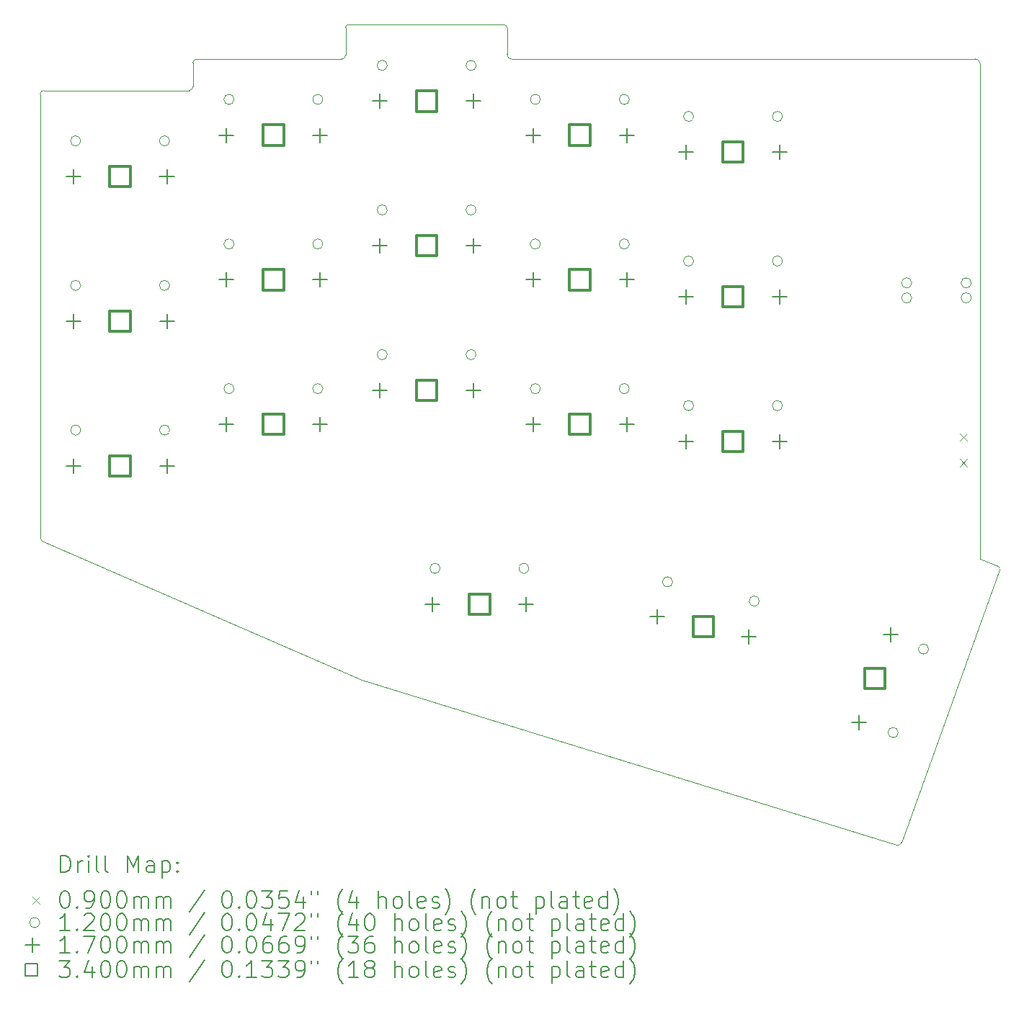
<source format=gbr>
%TF.GenerationSoftware,KiCad,Pcbnew,7.0.1*%
%TF.CreationDate,2023-08-18T18:47:51+06:00*%
%TF.ProjectId,pcb,7063622e-6b69-4636-9164-5f7063625858,rev?*%
%TF.SameCoordinates,Original*%
%TF.FileFunction,Drillmap*%
%TF.FilePolarity,Positive*%
%FSLAX45Y45*%
G04 Gerber Fmt 4.5, Leading zero omitted, Abs format (unit mm)*
G04 Created by KiCad (PCBNEW 7.0.1) date 2023-08-18 18:47:51*
%MOMM*%
%LPD*%
G01*
G04 APERTURE LIST*
%ADD10C,0.100000*%
%ADD11C,0.200000*%
%ADD12C,0.090000*%
%ADD13C,0.120000*%
%ADD14C,0.170000*%
%ADD15C,0.340000*%
G04 APERTURE END LIST*
D10*
X8661881Y-5175963D02*
G75*
G03*
X8702963Y-5131128I-1881J42963D01*
G01*
X8745996Y-4807996D02*
G75*
G03*
X8702996Y-4850996I4J-43004D01*
G01*
X8702963Y-5131128D02*
X8702996Y-4850996D01*
X8661881Y-5175963D02*
X6953203Y-5174498D01*
X6953203Y-5174498D02*
G75*
G03*
X6910203Y-5217498I4J-43004D01*
G01*
X10497749Y-4433749D02*
X10498059Y-4759059D01*
X10450059Y-4807059D02*
X8745996Y-4807996D01*
X17951000Y-10685000D02*
X18160000Y-10764000D01*
X16967214Y-14047020D02*
X10688000Y-12103000D01*
X17950000Y-4855000D02*
X17951000Y-10685000D01*
X10532749Y-4398749D02*
X12354301Y-4400699D01*
X12396184Y-4752816D02*
G75*
G03*
X12450184Y-4806816I53996J-4D01*
G01*
X16967213Y-14047025D02*
G75*
G03*
X17029048Y-14013578I13997J48005D01*
G01*
X6910203Y-5217498D02*
X6914000Y-10443600D01*
X12396301Y-4442699D02*
X12396184Y-4752816D01*
X12396301Y-4442699D02*
G75*
G03*
X12354301Y-4400699I-42002J-2D01*
G01*
X10450059Y-4807059D02*
G75*
G03*
X10498059Y-4759059I1J47999D01*
G01*
X12450184Y-4806816D02*
X17899000Y-4804000D01*
X17950000Y-4855000D02*
G75*
G03*
X17899000Y-4804000I-51000J0D01*
G01*
X18182000Y-10810000D02*
X17029048Y-14013578D01*
X10532749Y-4398749D02*
G75*
G03*
X10497749Y-4433749I1J-35001D01*
G01*
X18182000Y-10810000D02*
G75*
G03*
X18160000Y-10764000I-34000J12000D01*
G01*
X6914001Y-10443600D02*
G75*
G03*
X6928439Y-10470178I27999J-2001D01*
G01*
X6928439Y-10470178D02*
X10688000Y-12103000D01*
D11*
D12*
X17713000Y-9205000D02*
X17803000Y-9295000D01*
X17803000Y-9205000D02*
X17713000Y-9295000D01*
X17713000Y-9205000D02*
X17803000Y-9295000D01*
X17803000Y-9205000D02*
X17713000Y-9295000D01*
X17713000Y-9505000D02*
X17803000Y-9595000D01*
X17803000Y-9505000D02*
X17713000Y-9595000D01*
X17713000Y-9505000D02*
X17803000Y-9595000D01*
X17803000Y-9505000D02*
X17713000Y-9595000D01*
D13*
X7386000Y-5767000D02*
G75*
G03*
X7386000Y-5767000I-60000J0D01*
G01*
X7387000Y-7467000D02*
G75*
G03*
X7387000Y-7467000I-60000J0D01*
G01*
X7387000Y-9167000D02*
G75*
G03*
X7387000Y-9167000I-60000J0D01*
G01*
X8430000Y-5767000D02*
G75*
G03*
X8430000Y-5767000I-60000J0D01*
G01*
X8431000Y-7467000D02*
G75*
G03*
X8431000Y-7467000I-60000J0D01*
G01*
X8431000Y-9167000D02*
G75*
G03*
X8431000Y-9167000I-60000J0D01*
G01*
X9188000Y-5280000D02*
G75*
G03*
X9188000Y-5280000I-60000J0D01*
G01*
X9188000Y-6980000D02*
G75*
G03*
X9188000Y-6980000I-60000J0D01*
G01*
X9188000Y-8680000D02*
G75*
G03*
X9188000Y-8680000I-60000J0D01*
G01*
X10232000Y-5280000D02*
G75*
G03*
X10232000Y-5280000I-60000J0D01*
G01*
X10232000Y-6980000D02*
G75*
G03*
X10232000Y-6980000I-60000J0D01*
G01*
X10232000Y-8680000D02*
G75*
G03*
X10232000Y-8680000I-60000J0D01*
G01*
X10988000Y-4880000D02*
G75*
G03*
X10988000Y-4880000I-60000J0D01*
G01*
X10988000Y-6580000D02*
G75*
G03*
X10988000Y-6580000I-60000J0D01*
G01*
X10988000Y-8280000D02*
G75*
G03*
X10988000Y-8280000I-60000J0D01*
G01*
X11609000Y-10793000D02*
G75*
G03*
X11609000Y-10793000I-60000J0D01*
G01*
X12032000Y-4880000D02*
G75*
G03*
X12032000Y-4880000I-60000J0D01*
G01*
X12032000Y-6580000D02*
G75*
G03*
X12032000Y-6580000I-60000J0D01*
G01*
X12032000Y-8280000D02*
G75*
G03*
X12032000Y-8280000I-60000J0D01*
G01*
X12653000Y-10793000D02*
G75*
G03*
X12653000Y-10793000I-60000J0D01*
G01*
X12788000Y-5280000D02*
G75*
G03*
X12788000Y-5280000I-60000J0D01*
G01*
X12788000Y-6980000D02*
G75*
G03*
X12788000Y-6980000I-60000J0D01*
G01*
X12788000Y-8680000D02*
G75*
G03*
X12788000Y-8680000I-60000J0D01*
G01*
X13832000Y-5280000D02*
G75*
G03*
X13832000Y-5280000I-60000J0D01*
G01*
X13832000Y-6980000D02*
G75*
G03*
X13832000Y-6980000I-60000J0D01*
G01*
X13832000Y-8680000D02*
G75*
G03*
X13832000Y-8680000I-60000J0D01*
G01*
X14340278Y-10951974D02*
G75*
G03*
X14340278Y-10951974I-60000J0D01*
G01*
X14588000Y-5480000D02*
G75*
G03*
X14588000Y-5480000I-60000J0D01*
G01*
X14588000Y-7180000D02*
G75*
G03*
X14588000Y-7180000I-60000J0D01*
G01*
X14588000Y-8880000D02*
G75*
G03*
X14588000Y-8880000I-60000J0D01*
G01*
X15359531Y-11177937D02*
G75*
G03*
X15359531Y-11177937I-60000J0D01*
G01*
X15632000Y-5480000D02*
G75*
G03*
X15632000Y-5480000I-60000J0D01*
G01*
X15632000Y-7180000D02*
G75*
G03*
X15632000Y-7180000I-60000J0D01*
G01*
X15632000Y-8880000D02*
G75*
G03*
X15632000Y-8880000I-60000J0D01*
G01*
X16991136Y-12723168D02*
G75*
G03*
X16991136Y-12723168I-60000J0D01*
G01*
X17150000Y-7437500D02*
G75*
G03*
X17150000Y-7437500I-60000J0D01*
G01*
X17150000Y-7612500D02*
G75*
G03*
X17150000Y-7612500I-60000J0D01*
G01*
X17348205Y-11742129D02*
G75*
G03*
X17348205Y-11742129I-60000J0D01*
G01*
X17850000Y-7437500D02*
G75*
G03*
X17850000Y-7437500I-60000J0D01*
G01*
X17850000Y-7612500D02*
G75*
G03*
X17850000Y-7612500I-60000J0D01*
G01*
D14*
X7298000Y-6102000D02*
X7298000Y-6272000D01*
X7213000Y-6187000D02*
X7383000Y-6187000D01*
X7299000Y-7802000D02*
X7299000Y-7972000D01*
X7214000Y-7887000D02*
X7384000Y-7887000D01*
X7299000Y-9502000D02*
X7299000Y-9672000D01*
X7214000Y-9587000D02*
X7384000Y-9587000D01*
X8398000Y-6102000D02*
X8398000Y-6272000D01*
X8313000Y-6187000D02*
X8483000Y-6187000D01*
X8399000Y-7802000D02*
X8399000Y-7972000D01*
X8314000Y-7887000D02*
X8484000Y-7887000D01*
X8399000Y-9502000D02*
X8399000Y-9672000D01*
X8314000Y-9587000D02*
X8484000Y-9587000D01*
X9100000Y-5615000D02*
X9100000Y-5785000D01*
X9015000Y-5700000D02*
X9185000Y-5700000D01*
X9100000Y-7315000D02*
X9100000Y-7485000D01*
X9015000Y-7400000D02*
X9185000Y-7400000D01*
X9100000Y-9015000D02*
X9100000Y-9185000D01*
X9015000Y-9100000D02*
X9185000Y-9100000D01*
X10200000Y-5615000D02*
X10200000Y-5785000D01*
X10115000Y-5700000D02*
X10285000Y-5700000D01*
X10200000Y-7315000D02*
X10200000Y-7485000D01*
X10115000Y-7400000D02*
X10285000Y-7400000D01*
X10200000Y-9015000D02*
X10200000Y-9185000D01*
X10115000Y-9100000D02*
X10285000Y-9100000D01*
X10900000Y-5215000D02*
X10900000Y-5385000D01*
X10815000Y-5300000D02*
X10985000Y-5300000D01*
X10900000Y-6915000D02*
X10900000Y-7085000D01*
X10815000Y-7000000D02*
X10985000Y-7000000D01*
X10900000Y-8615000D02*
X10900000Y-8785000D01*
X10815000Y-8700000D02*
X10985000Y-8700000D01*
X11521000Y-11128000D02*
X11521000Y-11298000D01*
X11436000Y-11213000D02*
X11606000Y-11213000D01*
X12000000Y-5215000D02*
X12000000Y-5385000D01*
X11915000Y-5300000D02*
X12085000Y-5300000D01*
X12000000Y-6915000D02*
X12000000Y-7085000D01*
X11915000Y-7000000D02*
X12085000Y-7000000D01*
X12000000Y-8615000D02*
X12000000Y-8785000D01*
X11915000Y-8700000D02*
X12085000Y-8700000D01*
X12621000Y-11128000D02*
X12621000Y-11298000D01*
X12536000Y-11213000D02*
X12706000Y-11213000D01*
X12700000Y-5615000D02*
X12700000Y-5785000D01*
X12615000Y-5700000D02*
X12785000Y-5700000D01*
X12700000Y-7315000D02*
X12700000Y-7485000D01*
X12615000Y-7400000D02*
X12785000Y-7400000D01*
X12700000Y-9015000D02*
X12700000Y-9185000D01*
X12615000Y-9100000D02*
X12785000Y-9100000D01*
X13800000Y-5615000D02*
X13800000Y-5785000D01*
X13715000Y-5700000D02*
X13885000Y-5700000D01*
X13800000Y-7315000D02*
X13800000Y-7485000D01*
X13715000Y-7400000D02*
X13885000Y-7400000D01*
X13800000Y-9015000D02*
X13800000Y-9185000D01*
X13715000Y-9100000D02*
X13885000Y-9100000D01*
X14162037Y-11270958D02*
X14162037Y-11440958D01*
X14077037Y-11355958D02*
X14247037Y-11355958D01*
X14500000Y-5815000D02*
X14500000Y-5985000D01*
X14415000Y-5900000D02*
X14585000Y-5900000D01*
X14500000Y-7515000D02*
X14500000Y-7685000D01*
X14415000Y-7600000D02*
X14585000Y-7600000D01*
X14500000Y-9215000D02*
X14500000Y-9385000D01*
X14415000Y-9300000D02*
X14585000Y-9300000D01*
X15235963Y-11509042D02*
X15235963Y-11679042D01*
X15150963Y-11594042D02*
X15320963Y-11594042D01*
X15600000Y-5815000D02*
X15600000Y-5985000D01*
X15515000Y-5900000D02*
X15685000Y-5900000D01*
X15600000Y-7515000D02*
X15600000Y-7685000D01*
X15515000Y-7600000D02*
X15685000Y-7600000D01*
X15600000Y-9215000D02*
X15600000Y-9385000D01*
X15515000Y-9300000D02*
X15685000Y-9300000D01*
X16526889Y-12520831D02*
X16526889Y-12690831D01*
X16441889Y-12605831D02*
X16611889Y-12605831D01*
X16903111Y-11487169D02*
X16903111Y-11657169D01*
X16818111Y-11572169D02*
X16988111Y-11572169D01*
D15*
X7968209Y-6307209D02*
X7968209Y-6066791D01*
X7727791Y-6066791D01*
X7727791Y-6307209D01*
X7968209Y-6307209D01*
X7969209Y-8007209D02*
X7969209Y-7766791D01*
X7728791Y-7766791D01*
X7728791Y-8007209D01*
X7969209Y-8007209D01*
X7969209Y-9707209D02*
X7969209Y-9466791D01*
X7728791Y-9466791D01*
X7728791Y-9707209D01*
X7969209Y-9707209D01*
X9770209Y-5820209D02*
X9770209Y-5579791D01*
X9529791Y-5579791D01*
X9529791Y-5820209D01*
X9770209Y-5820209D01*
X9770209Y-7520209D02*
X9770209Y-7279791D01*
X9529791Y-7279791D01*
X9529791Y-7520209D01*
X9770209Y-7520209D01*
X9770209Y-9220209D02*
X9770209Y-8979791D01*
X9529791Y-8979791D01*
X9529791Y-9220209D01*
X9770209Y-9220209D01*
X11570209Y-5420209D02*
X11570209Y-5179791D01*
X11329791Y-5179791D01*
X11329791Y-5420209D01*
X11570209Y-5420209D01*
X11570209Y-7120209D02*
X11570209Y-6879791D01*
X11329791Y-6879791D01*
X11329791Y-7120209D01*
X11570209Y-7120209D01*
X11570209Y-8820209D02*
X11570209Y-8579791D01*
X11329791Y-8579791D01*
X11329791Y-8820209D01*
X11570209Y-8820209D01*
X12191209Y-11333209D02*
X12191209Y-11092791D01*
X11950791Y-11092791D01*
X11950791Y-11333209D01*
X12191209Y-11333209D01*
X13370209Y-5820209D02*
X13370209Y-5579791D01*
X13129791Y-5579791D01*
X13129791Y-5820209D01*
X13370209Y-5820209D01*
X13370209Y-7520209D02*
X13370209Y-7279791D01*
X13129791Y-7279791D01*
X13129791Y-7520209D01*
X13370209Y-7520209D01*
X13370209Y-9220209D02*
X13370209Y-8979791D01*
X13129791Y-8979791D01*
X13129791Y-9220209D01*
X13370209Y-9220209D01*
X14819209Y-11595209D02*
X14819209Y-11354791D01*
X14578791Y-11354791D01*
X14578791Y-11595209D01*
X14819209Y-11595209D01*
X15170209Y-6020209D02*
X15170209Y-5779791D01*
X14929791Y-5779791D01*
X14929791Y-6020209D01*
X15170209Y-6020209D01*
X15170209Y-7720209D02*
X15170209Y-7479791D01*
X14929791Y-7479791D01*
X14929791Y-7720209D01*
X15170209Y-7720209D01*
X15170209Y-9420209D02*
X15170209Y-9179791D01*
X14929791Y-9179791D01*
X14929791Y-9420209D01*
X15170209Y-9420209D01*
X16835209Y-12209209D02*
X16835209Y-11968791D01*
X16594791Y-11968791D01*
X16594791Y-12209209D01*
X16835209Y-12209209D01*
D11*
X7152822Y-14366548D02*
X7152822Y-14166548D01*
X7152822Y-14166548D02*
X7200441Y-14166548D01*
X7200441Y-14166548D02*
X7229012Y-14176072D01*
X7229012Y-14176072D02*
X7248060Y-14195119D01*
X7248060Y-14195119D02*
X7257584Y-14214167D01*
X7257584Y-14214167D02*
X7267107Y-14252262D01*
X7267107Y-14252262D02*
X7267107Y-14280833D01*
X7267107Y-14280833D02*
X7257584Y-14318929D01*
X7257584Y-14318929D02*
X7248060Y-14337976D01*
X7248060Y-14337976D02*
X7229012Y-14357024D01*
X7229012Y-14357024D02*
X7200441Y-14366548D01*
X7200441Y-14366548D02*
X7152822Y-14366548D01*
X7352822Y-14366548D02*
X7352822Y-14233214D01*
X7352822Y-14271310D02*
X7362346Y-14252262D01*
X7362346Y-14252262D02*
X7371869Y-14242738D01*
X7371869Y-14242738D02*
X7390917Y-14233214D01*
X7390917Y-14233214D02*
X7409965Y-14233214D01*
X7476631Y-14366548D02*
X7476631Y-14233214D01*
X7476631Y-14166548D02*
X7467107Y-14176072D01*
X7467107Y-14176072D02*
X7476631Y-14185595D01*
X7476631Y-14185595D02*
X7486155Y-14176072D01*
X7486155Y-14176072D02*
X7476631Y-14166548D01*
X7476631Y-14166548D02*
X7476631Y-14185595D01*
X7600441Y-14366548D02*
X7581393Y-14357024D01*
X7581393Y-14357024D02*
X7571869Y-14337976D01*
X7571869Y-14337976D02*
X7571869Y-14166548D01*
X7705203Y-14366548D02*
X7686155Y-14357024D01*
X7686155Y-14357024D02*
X7676631Y-14337976D01*
X7676631Y-14337976D02*
X7676631Y-14166548D01*
X7933774Y-14366548D02*
X7933774Y-14166548D01*
X7933774Y-14166548D02*
X8000441Y-14309405D01*
X8000441Y-14309405D02*
X8067107Y-14166548D01*
X8067107Y-14166548D02*
X8067107Y-14366548D01*
X8248060Y-14366548D02*
X8248060Y-14261786D01*
X8248060Y-14261786D02*
X8238536Y-14242738D01*
X8238536Y-14242738D02*
X8219488Y-14233214D01*
X8219488Y-14233214D02*
X8181393Y-14233214D01*
X8181393Y-14233214D02*
X8162346Y-14242738D01*
X8248060Y-14357024D02*
X8229012Y-14366548D01*
X8229012Y-14366548D02*
X8181393Y-14366548D01*
X8181393Y-14366548D02*
X8162346Y-14357024D01*
X8162346Y-14357024D02*
X8152822Y-14337976D01*
X8152822Y-14337976D02*
X8152822Y-14318929D01*
X8152822Y-14318929D02*
X8162346Y-14299881D01*
X8162346Y-14299881D02*
X8181393Y-14290357D01*
X8181393Y-14290357D02*
X8229012Y-14290357D01*
X8229012Y-14290357D02*
X8248060Y-14280833D01*
X8343298Y-14233214D02*
X8343298Y-14433214D01*
X8343298Y-14242738D02*
X8362346Y-14233214D01*
X8362346Y-14233214D02*
X8400441Y-14233214D01*
X8400441Y-14233214D02*
X8419489Y-14242738D01*
X8419489Y-14242738D02*
X8429012Y-14252262D01*
X8429012Y-14252262D02*
X8438536Y-14271310D01*
X8438536Y-14271310D02*
X8438536Y-14328452D01*
X8438536Y-14328452D02*
X8429012Y-14347500D01*
X8429012Y-14347500D02*
X8419489Y-14357024D01*
X8419489Y-14357024D02*
X8400441Y-14366548D01*
X8400441Y-14366548D02*
X8362346Y-14366548D01*
X8362346Y-14366548D02*
X8343298Y-14357024D01*
X8524250Y-14347500D02*
X8533774Y-14357024D01*
X8533774Y-14357024D02*
X8524250Y-14366548D01*
X8524250Y-14366548D02*
X8514727Y-14357024D01*
X8514727Y-14357024D02*
X8524250Y-14347500D01*
X8524250Y-14347500D02*
X8524250Y-14366548D01*
X8524250Y-14242738D02*
X8533774Y-14252262D01*
X8533774Y-14252262D02*
X8524250Y-14261786D01*
X8524250Y-14261786D02*
X8514727Y-14252262D01*
X8514727Y-14252262D02*
X8524250Y-14242738D01*
X8524250Y-14242738D02*
X8524250Y-14261786D01*
D12*
X6815203Y-14649024D02*
X6905203Y-14739024D01*
X6905203Y-14649024D02*
X6815203Y-14739024D01*
D11*
X7190917Y-14586548D02*
X7209965Y-14586548D01*
X7209965Y-14586548D02*
X7229012Y-14596072D01*
X7229012Y-14596072D02*
X7238536Y-14605595D01*
X7238536Y-14605595D02*
X7248060Y-14624643D01*
X7248060Y-14624643D02*
X7257584Y-14662738D01*
X7257584Y-14662738D02*
X7257584Y-14710357D01*
X7257584Y-14710357D02*
X7248060Y-14748452D01*
X7248060Y-14748452D02*
X7238536Y-14767500D01*
X7238536Y-14767500D02*
X7229012Y-14777024D01*
X7229012Y-14777024D02*
X7209965Y-14786548D01*
X7209965Y-14786548D02*
X7190917Y-14786548D01*
X7190917Y-14786548D02*
X7171869Y-14777024D01*
X7171869Y-14777024D02*
X7162346Y-14767500D01*
X7162346Y-14767500D02*
X7152822Y-14748452D01*
X7152822Y-14748452D02*
X7143298Y-14710357D01*
X7143298Y-14710357D02*
X7143298Y-14662738D01*
X7143298Y-14662738D02*
X7152822Y-14624643D01*
X7152822Y-14624643D02*
X7162346Y-14605595D01*
X7162346Y-14605595D02*
X7171869Y-14596072D01*
X7171869Y-14596072D02*
X7190917Y-14586548D01*
X7343298Y-14767500D02*
X7352822Y-14777024D01*
X7352822Y-14777024D02*
X7343298Y-14786548D01*
X7343298Y-14786548D02*
X7333774Y-14777024D01*
X7333774Y-14777024D02*
X7343298Y-14767500D01*
X7343298Y-14767500D02*
X7343298Y-14786548D01*
X7448060Y-14786548D02*
X7486155Y-14786548D01*
X7486155Y-14786548D02*
X7505203Y-14777024D01*
X7505203Y-14777024D02*
X7514727Y-14767500D01*
X7514727Y-14767500D02*
X7533774Y-14738929D01*
X7533774Y-14738929D02*
X7543298Y-14700833D01*
X7543298Y-14700833D02*
X7543298Y-14624643D01*
X7543298Y-14624643D02*
X7533774Y-14605595D01*
X7533774Y-14605595D02*
X7524250Y-14596072D01*
X7524250Y-14596072D02*
X7505203Y-14586548D01*
X7505203Y-14586548D02*
X7467107Y-14586548D01*
X7467107Y-14586548D02*
X7448060Y-14596072D01*
X7448060Y-14596072D02*
X7438536Y-14605595D01*
X7438536Y-14605595D02*
X7429012Y-14624643D01*
X7429012Y-14624643D02*
X7429012Y-14672262D01*
X7429012Y-14672262D02*
X7438536Y-14691310D01*
X7438536Y-14691310D02*
X7448060Y-14700833D01*
X7448060Y-14700833D02*
X7467107Y-14710357D01*
X7467107Y-14710357D02*
X7505203Y-14710357D01*
X7505203Y-14710357D02*
X7524250Y-14700833D01*
X7524250Y-14700833D02*
X7533774Y-14691310D01*
X7533774Y-14691310D02*
X7543298Y-14672262D01*
X7667107Y-14586548D02*
X7686155Y-14586548D01*
X7686155Y-14586548D02*
X7705203Y-14596072D01*
X7705203Y-14596072D02*
X7714727Y-14605595D01*
X7714727Y-14605595D02*
X7724250Y-14624643D01*
X7724250Y-14624643D02*
X7733774Y-14662738D01*
X7733774Y-14662738D02*
X7733774Y-14710357D01*
X7733774Y-14710357D02*
X7724250Y-14748452D01*
X7724250Y-14748452D02*
X7714727Y-14767500D01*
X7714727Y-14767500D02*
X7705203Y-14777024D01*
X7705203Y-14777024D02*
X7686155Y-14786548D01*
X7686155Y-14786548D02*
X7667107Y-14786548D01*
X7667107Y-14786548D02*
X7648060Y-14777024D01*
X7648060Y-14777024D02*
X7638536Y-14767500D01*
X7638536Y-14767500D02*
X7629012Y-14748452D01*
X7629012Y-14748452D02*
X7619488Y-14710357D01*
X7619488Y-14710357D02*
X7619488Y-14662738D01*
X7619488Y-14662738D02*
X7629012Y-14624643D01*
X7629012Y-14624643D02*
X7638536Y-14605595D01*
X7638536Y-14605595D02*
X7648060Y-14596072D01*
X7648060Y-14596072D02*
X7667107Y-14586548D01*
X7857584Y-14586548D02*
X7876631Y-14586548D01*
X7876631Y-14586548D02*
X7895679Y-14596072D01*
X7895679Y-14596072D02*
X7905203Y-14605595D01*
X7905203Y-14605595D02*
X7914727Y-14624643D01*
X7914727Y-14624643D02*
X7924250Y-14662738D01*
X7924250Y-14662738D02*
X7924250Y-14710357D01*
X7924250Y-14710357D02*
X7914727Y-14748452D01*
X7914727Y-14748452D02*
X7905203Y-14767500D01*
X7905203Y-14767500D02*
X7895679Y-14777024D01*
X7895679Y-14777024D02*
X7876631Y-14786548D01*
X7876631Y-14786548D02*
X7857584Y-14786548D01*
X7857584Y-14786548D02*
X7838536Y-14777024D01*
X7838536Y-14777024D02*
X7829012Y-14767500D01*
X7829012Y-14767500D02*
X7819488Y-14748452D01*
X7819488Y-14748452D02*
X7809965Y-14710357D01*
X7809965Y-14710357D02*
X7809965Y-14662738D01*
X7809965Y-14662738D02*
X7819488Y-14624643D01*
X7819488Y-14624643D02*
X7829012Y-14605595D01*
X7829012Y-14605595D02*
X7838536Y-14596072D01*
X7838536Y-14596072D02*
X7857584Y-14586548D01*
X8009965Y-14786548D02*
X8009965Y-14653214D01*
X8009965Y-14672262D02*
X8019488Y-14662738D01*
X8019488Y-14662738D02*
X8038536Y-14653214D01*
X8038536Y-14653214D02*
X8067108Y-14653214D01*
X8067108Y-14653214D02*
X8086155Y-14662738D01*
X8086155Y-14662738D02*
X8095679Y-14681786D01*
X8095679Y-14681786D02*
X8095679Y-14786548D01*
X8095679Y-14681786D02*
X8105203Y-14662738D01*
X8105203Y-14662738D02*
X8124250Y-14653214D01*
X8124250Y-14653214D02*
X8152822Y-14653214D01*
X8152822Y-14653214D02*
X8171869Y-14662738D01*
X8171869Y-14662738D02*
X8181393Y-14681786D01*
X8181393Y-14681786D02*
X8181393Y-14786548D01*
X8276631Y-14786548D02*
X8276631Y-14653214D01*
X8276631Y-14672262D02*
X8286155Y-14662738D01*
X8286155Y-14662738D02*
X8305203Y-14653214D01*
X8305203Y-14653214D02*
X8333774Y-14653214D01*
X8333774Y-14653214D02*
X8352822Y-14662738D01*
X8352822Y-14662738D02*
X8362346Y-14681786D01*
X8362346Y-14681786D02*
X8362346Y-14786548D01*
X8362346Y-14681786D02*
X8371869Y-14662738D01*
X8371869Y-14662738D02*
X8390917Y-14653214D01*
X8390917Y-14653214D02*
X8419489Y-14653214D01*
X8419489Y-14653214D02*
X8438536Y-14662738D01*
X8438536Y-14662738D02*
X8448060Y-14681786D01*
X8448060Y-14681786D02*
X8448060Y-14786548D01*
X8838536Y-14577024D02*
X8667108Y-14834167D01*
X9095679Y-14586548D02*
X9114727Y-14586548D01*
X9114727Y-14586548D02*
X9133774Y-14596072D01*
X9133774Y-14596072D02*
X9143298Y-14605595D01*
X9143298Y-14605595D02*
X9152822Y-14624643D01*
X9152822Y-14624643D02*
X9162346Y-14662738D01*
X9162346Y-14662738D02*
X9162346Y-14710357D01*
X9162346Y-14710357D02*
X9152822Y-14748452D01*
X9152822Y-14748452D02*
X9143298Y-14767500D01*
X9143298Y-14767500D02*
X9133774Y-14777024D01*
X9133774Y-14777024D02*
X9114727Y-14786548D01*
X9114727Y-14786548D02*
X9095679Y-14786548D01*
X9095679Y-14786548D02*
X9076632Y-14777024D01*
X9076632Y-14777024D02*
X9067108Y-14767500D01*
X9067108Y-14767500D02*
X9057584Y-14748452D01*
X9057584Y-14748452D02*
X9048060Y-14710357D01*
X9048060Y-14710357D02*
X9048060Y-14662738D01*
X9048060Y-14662738D02*
X9057584Y-14624643D01*
X9057584Y-14624643D02*
X9067108Y-14605595D01*
X9067108Y-14605595D02*
X9076632Y-14596072D01*
X9076632Y-14596072D02*
X9095679Y-14586548D01*
X9248060Y-14767500D02*
X9257584Y-14777024D01*
X9257584Y-14777024D02*
X9248060Y-14786548D01*
X9248060Y-14786548D02*
X9238536Y-14777024D01*
X9238536Y-14777024D02*
X9248060Y-14767500D01*
X9248060Y-14767500D02*
X9248060Y-14786548D01*
X9381393Y-14586548D02*
X9400441Y-14586548D01*
X9400441Y-14586548D02*
X9419489Y-14596072D01*
X9419489Y-14596072D02*
X9429013Y-14605595D01*
X9429013Y-14605595D02*
X9438536Y-14624643D01*
X9438536Y-14624643D02*
X9448060Y-14662738D01*
X9448060Y-14662738D02*
X9448060Y-14710357D01*
X9448060Y-14710357D02*
X9438536Y-14748452D01*
X9438536Y-14748452D02*
X9429013Y-14767500D01*
X9429013Y-14767500D02*
X9419489Y-14777024D01*
X9419489Y-14777024D02*
X9400441Y-14786548D01*
X9400441Y-14786548D02*
X9381393Y-14786548D01*
X9381393Y-14786548D02*
X9362346Y-14777024D01*
X9362346Y-14777024D02*
X9352822Y-14767500D01*
X9352822Y-14767500D02*
X9343298Y-14748452D01*
X9343298Y-14748452D02*
X9333774Y-14710357D01*
X9333774Y-14710357D02*
X9333774Y-14662738D01*
X9333774Y-14662738D02*
X9343298Y-14624643D01*
X9343298Y-14624643D02*
X9352822Y-14605595D01*
X9352822Y-14605595D02*
X9362346Y-14596072D01*
X9362346Y-14596072D02*
X9381393Y-14586548D01*
X9514727Y-14586548D02*
X9638536Y-14586548D01*
X9638536Y-14586548D02*
X9571870Y-14662738D01*
X9571870Y-14662738D02*
X9600441Y-14662738D01*
X9600441Y-14662738D02*
X9619489Y-14672262D01*
X9619489Y-14672262D02*
X9629013Y-14681786D01*
X9629013Y-14681786D02*
X9638536Y-14700833D01*
X9638536Y-14700833D02*
X9638536Y-14748452D01*
X9638536Y-14748452D02*
X9629013Y-14767500D01*
X9629013Y-14767500D02*
X9619489Y-14777024D01*
X9619489Y-14777024D02*
X9600441Y-14786548D01*
X9600441Y-14786548D02*
X9543298Y-14786548D01*
X9543298Y-14786548D02*
X9524251Y-14777024D01*
X9524251Y-14777024D02*
X9514727Y-14767500D01*
X9819489Y-14586548D02*
X9724251Y-14586548D01*
X9724251Y-14586548D02*
X9714727Y-14681786D01*
X9714727Y-14681786D02*
X9724251Y-14672262D01*
X9724251Y-14672262D02*
X9743298Y-14662738D01*
X9743298Y-14662738D02*
X9790917Y-14662738D01*
X9790917Y-14662738D02*
X9809965Y-14672262D01*
X9809965Y-14672262D02*
X9819489Y-14681786D01*
X9819489Y-14681786D02*
X9829013Y-14700833D01*
X9829013Y-14700833D02*
X9829013Y-14748452D01*
X9829013Y-14748452D02*
X9819489Y-14767500D01*
X9819489Y-14767500D02*
X9809965Y-14777024D01*
X9809965Y-14777024D02*
X9790917Y-14786548D01*
X9790917Y-14786548D02*
X9743298Y-14786548D01*
X9743298Y-14786548D02*
X9724251Y-14777024D01*
X9724251Y-14777024D02*
X9714727Y-14767500D01*
X10000441Y-14653214D02*
X10000441Y-14786548D01*
X9952822Y-14577024D02*
X9905203Y-14719881D01*
X9905203Y-14719881D02*
X10029013Y-14719881D01*
X10095679Y-14586548D02*
X10095679Y-14624643D01*
X10171870Y-14586548D02*
X10171870Y-14624643D01*
X10467108Y-14862738D02*
X10457584Y-14853214D01*
X10457584Y-14853214D02*
X10438536Y-14824643D01*
X10438536Y-14824643D02*
X10429013Y-14805595D01*
X10429013Y-14805595D02*
X10419489Y-14777024D01*
X10419489Y-14777024D02*
X10409965Y-14729405D01*
X10409965Y-14729405D02*
X10409965Y-14691310D01*
X10409965Y-14691310D02*
X10419489Y-14643691D01*
X10419489Y-14643691D02*
X10429013Y-14615119D01*
X10429013Y-14615119D02*
X10438536Y-14596072D01*
X10438536Y-14596072D02*
X10457584Y-14567500D01*
X10457584Y-14567500D02*
X10467108Y-14557976D01*
X10629013Y-14653214D02*
X10629013Y-14786548D01*
X10581394Y-14577024D02*
X10533775Y-14719881D01*
X10533775Y-14719881D02*
X10657584Y-14719881D01*
X10886156Y-14786548D02*
X10886156Y-14586548D01*
X10971870Y-14786548D02*
X10971870Y-14681786D01*
X10971870Y-14681786D02*
X10962346Y-14662738D01*
X10962346Y-14662738D02*
X10943298Y-14653214D01*
X10943298Y-14653214D02*
X10914727Y-14653214D01*
X10914727Y-14653214D02*
X10895679Y-14662738D01*
X10895679Y-14662738D02*
X10886156Y-14672262D01*
X11095679Y-14786548D02*
X11076632Y-14777024D01*
X11076632Y-14777024D02*
X11067108Y-14767500D01*
X11067108Y-14767500D02*
X11057584Y-14748452D01*
X11057584Y-14748452D02*
X11057584Y-14691310D01*
X11057584Y-14691310D02*
X11067108Y-14672262D01*
X11067108Y-14672262D02*
X11076632Y-14662738D01*
X11076632Y-14662738D02*
X11095679Y-14653214D01*
X11095679Y-14653214D02*
X11124251Y-14653214D01*
X11124251Y-14653214D02*
X11143298Y-14662738D01*
X11143298Y-14662738D02*
X11152822Y-14672262D01*
X11152822Y-14672262D02*
X11162346Y-14691310D01*
X11162346Y-14691310D02*
X11162346Y-14748452D01*
X11162346Y-14748452D02*
X11152822Y-14767500D01*
X11152822Y-14767500D02*
X11143298Y-14777024D01*
X11143298Y-14777024D02*
X11124251Y-14786548D01*
X11124251Y-14786548D02*
X11095679Y-14786548D01*
X11276632Y-14786548D02*
X11257584Y-14777024D01*
X11257584Y-14777024D02*
X11248060Y-14757976D01*
X11248060Y-14757976D02*
X11248060Y-14586548D01*
X11429013Y-14777024D02*
X11409965Y-14786548D01*
X11409965Y-14786548D02*
X11371870Y-14786548D01*
X11371870Y-14786548D02*
X11352822Y-14777024D01*
X11352822Y-14777024D02*
X11343298Y-14757976D01*
X11343298Y-14757976D02*
X11343298Y-14681786D01*
X11343298Y-14681786D02*
X11352822Y-14662738D01*
X11352822Y-14662738D02*
X11371870Y-14653214D01*
X11371870Y-14653214D02*
X11409965Y-14653214D01*
X11409965Y-14653214D02*
X11429013Y-14662738D01*
X11429013Y-14662738D02*
X11438536Y-14681786D01*
X11438536Y-14681786D02*
X11438536Y-14700833D01*
X11438536Y-14700833D02*
X11343298Y-14719881D01*
X11514727Y-14777024D02*
X11533775Y-14786548D01*
X11533775Y-14786548D02*
X11571870Y-14786548D01*
X11571870Y-14786548D02*
X11590917Y-14777024D01*
X11590917Y-14777024D02*
X11600441Y-14757976D01*
X11600441Y-14757976D02*
X11600441Y-14748452D01*
X11600441Y-14748452D02*
X11590917Y-14729405D01*
X11590917Y-14729405D02*
X11571870Y-14719881D01*
X11571870Y-14719881D02*
X11543298Y-14719881D01*
X11543298Y-14719881D02*
X11524251Y-14710357D01*
X11524251Y-14710357D02*
X11514727Y-14691310D01*
X11514727Y-14691310D02*
X11514727Y-14681786D01*
X11514727Y-14681786D02*
X11524251Y-14662738D01*
X11524251Y-14662738D02*
X11543298Y-14653214D01*
X11543298Y-14653214D02*
X11571870Y-14653214D01*
X11571870Y-14653214D02*
X11590917Y-14662738D01*
X11667108Y-14862738D02*
X11676632Y-14853214D01*
X11676632Y-14853214D02*
X11695679Y-14824643D01*
X11695679Y-14824643D02*
X11705203Y-14805595D01*
X11705203Y-14805595D02*
X11714727Y-14777024D01*
X11714727Y-14777024D02*
X11724251Y-14729405D01*
X11724251Y-14729405D02*
X11724251Y-14691310D01*
X11724251Y-14691310D02*
X11714727Y-14643691D01*
X11714727Y-14643691D02*
X11705203Y-14615119D01*
X11705203Y-14615119D02*
X11695679Y-14596072D01*
X11695679Y-14596072D02*
X11676632Y-14567500D01*
X11676632Y-14567500D02*
X11667108Y-14557976D01*
X12029013Y-14862738D02*
X12019489Y-14853214D01*
X12019489Y-14853214D02*
X12000441Y-14824643D01*
X12000441Y-14824643D02*
X11990917Y-14805595D01*
X11990917Y-14805595D02*
X11981394Y-14777024D01*
X11981394Y-14777024D02*
X11971870Y-14729405D01*
X11971870Y-14729405D02*
X11971870Y-14691310D01*
X11971870Y-14691310D02*
X11981394Y-14643691D01*
X11981394Y-14643691D02*
X11990917Y-14615119D01*
X11990917Y-14615119D02*
X12000441Y-14596072D01*
X12000441Y-14596072D02*
X12019489Y-14567500D01*
X12019489Y-14567500D02*
X12029013Y-14557976D01*
X12105203Y-14653214D02*
X12105203Y-14786548D01*
X12105203Y-14672262D02*
X12114727Y-14662738D01*
X12114727Y-14662738D02*
X12133775Y-14653214D01*
X12133775Y-14653214D02*
X12162346Y-14653214D01*
X12162346Y-14653214D02*
X12181394Y-14662738D01*
X12181394Y-14662738D02*
X12190917Y-14681786D01*
X12190917Y-14681786D02*
X12190917Y-14786548D01*
X12314727Y-14786548D02*
X12295679Y-14777024D01*
X12295679Y-14777024D02*
X12286156Y-14767500D01*
X12286156Y-14767500D02*
X12276632Y-14748452D01*
X12276632Y-14748452D02*
X12276632Y-14691310D01*
X12276632Y-14691310D02*
X12286156Y-14672262D01*
X12286156Y-14672262D02*
X12295679Y-14662738D01*
X12295679Y-14662738D02*
X12314727Y-14653214D01*
X12314727Y-14653214D02*
X12343298Y-14653214D01*
X12343298Y-14653214D02*
X12362346Y-14662738D01*
X12362346Y-14662738D02*
X12371870Y-14672262D01*
X12371870Y-14672262D02*
X12381394Y-14691310D01*
X12381394Y-14691310D02*
X12381394Y-14748452D01*
X12381394Y-14748452D02*
X12371870Y-14767500D01*
X12371870Y-14767500D02*
X12362346Y-14777024D01*
X12362346Y-14777024D02*
X12343298Y-14786548D01*
X12343298Y-14786548D02*
X12314727Y-14786548D01*
X12438537Y-14653214D02*
X12514727Y-14653214D01*
X12467108Y-14586548D02*
X12467108Y-14757976D01*
X12467108Y-14757976D02*
X12476632Y-14777024D01*
X12476632Y-14777024D02*
X12495679Y-14786548D01*
X12495679Y-14786548D02*
X12514727Y-14786548D01*
X12733775Y-14653214D02*
X12733775Y-14853214D01*
X12733775Y-14662738D02*
X12752822Y-14653214D01*
X12752822Y-14653214D02*
X12790918Y-14653214D01*
X12790918Y-14653214D02*
X12809965Y-14662738D01*
X12809965Y-14662738D02*
X12819489Y-14672262D01*
X12819489Y-14672262D02*
X12829013Y-14691310D01*
X12829013Y-14691310D02*
X12829013Y-14748452D01*
X12829013Y-14748452D02*
X12819489Y-14767500D01*
X12819489Y-14767500D02*
X12809965Y-14777024D01*
X12809965Y-14777024D02*
X12790918Y-14786548D01*
X12790918Y-14786548D02*
X12752822Y-14786548D01*
X12752822Y-14786548D02*
X12733775Y-14777024D01*
X12943298Y-14786548D02*
X12924251Y-14777024D01*
X12924251Y-14777024D02*
X12914727Y-14757976D01*
X12914727Y-14757976D02*
X12914727Y-14586548D01*
X13105203Y-14786548D02*
X13105203Y-14681786D01*
X13105203Y-14681786D02*
X13095679Y-14662738D01*
X13095679Y-14662738D02*
X13076632Y-14653214D01*
X13076632Y-14653214D02*
X13038537Y-14653214D01*
X13038537Y-14653214D02*
X13019489Y-14662738D01*
X13105203Y-14777024D02*
X13086156Y-14786548D01*
X13086156Y-14786548D02*
X13038537Y-14786548D01*
X13038537Y-14786548D02*
X13019489Y-14777024D01*
X13019489Y-14777024D02*
X13009965Y-14757976D01*
X13009965Y-14757976D02*
X13009965Y-14738929D01*
X13009965Y-14738929D02*
X13019489Y-14719881D01*
X13019489Y-14719881D02*
X13038537Y-14710357D01*
X13038537Y-14710357D02*
X13086156Y-14710357D01*
X13086156Y-14710357D02*
X13105203Y-14700833D01*
X13171870Y-14653214D02*
X13248060Y-14653214D01*
X13200441Y-14586548D02*
X13200441Y-14757976D01*
X13200441Y-14757976D02*
X13209965Y-14777024D01*
X13209965Y-14777024D02*
X13229013Y-14786548D01*
X13229013Y-14786548D02*
X13248060Y-14786548D01*
X13390918Y-14777024D02*
X13371870Y-14786548D01*
X13371870Y-14786548D02*
X13333775Y-14786548D01*
X13333775Y-14786548D02*
X13314727Y-14777024D01*
X13314727Y-14777024D02*
X13305203Y-14757976D01*
X13305203Y-14757976D02*
X13305203Y-14681786D01*
X13305203Y-14681786D02*
X13314727Y-14662738D01*
X13314727Y-14662738D02*
X13333775Y-14653214D01*
X13333775Y-14653214D02*
X13371870Y-14653214D01*
X13371870Y-14653214D02*
X13390918Y-14662738D01*
X13390918Y-14662738D02*
X13400441Y-14681786D01*
X13400441Y-14681786D02*
X13400441Y-14700833D01*
X13400441Y-14700833D02*
X13305203Y-14719881D01*
X13571870Y-14786548D02*
X13571870Y-14586548D01*
X13571870Y-14777024D02*
X13552822Y-14786548D01*
X13552822Y-14786548D02*
X13514727Y-14786548D01*
X13514727Y-14786548D02*
X13495679Y-14777024D01*
X13495679Y-14777024D02*
X13486156Y-14767500D01*
X13486156Y-14767500D02*
X13476632Y-14748452D01*
X13476632Y-14748452D02*
X13476632Y-14691310D01*
X13476632Y-14691310D02*
X13486156Y-14672262D01*
X13486156Y-14672262D02*
X13495679Y-14662738D01*
X13495679Y-14662738D02*
X13514727Y-14653214D01*
X13514727Y-14653214D02*
X13552822Y-14653214D01*
X13552822Y-14653214D02*
X13571870Y-14662738D01*
X13648060Y-14862738D02*
X13657584Y-14853214D01*
X13657584Y-14853214D02*
X13676632Y-14824643D01*
X13676632Y-14824643D02*
X13686156Y-14805595D01*
X13686156Y-14805595D02*
X13695679Y-14777024D01*
X13695679Y-14777024D02*
X13705203Y-14729405D01*
X13705203Y-14729405D02*
X13705203Y-14691310D01*
X13705203Y-14691310D02*
X13695679Y-14643691D01*
X13695679Y-14643691D02*
X13686156Y-14615119D01*
X13686156Y-14615119D02*
X13676632Y-14596072D01*
X13676632Y-14596072D02*
X13657584Y-14567500D01*
X13657584Y-14567500D02*
X13648060Y-14557976D01*
D13*
X6905203Y-14958024D02*
G75*
G03*
X6905203Y-14958024I-60000J0D01*
G01*
D11*
X7257584Y-15050548D02*
X7143298Y-15050548D01*
X7200441Y-15050548D02*
X7200441Y-14850548D01*
X7200441Y-14850548D02*
X7181393Y-14879119D01*
X7181393Y-14879119D02*
X7162346Y-14898167D01*
X7162346Y-14898167D02*
X7143298Y-14907691D01*
X7343298Y-15031500D02*
X7352822Y-15041024D01*
X7352822Y-15041024D02*
X7343298Y-15050548D01*
X7343298Y-15050548D02*
X7333774Y-15041024D01*
X7333774Y-15041024D02*
X7343298Y-15031500D01*
X7343298Y-15031500D02*
X7343298Y-15050548D01*
X7429012Y-14869595D02*
X7438536Y-14860072D01*
X7438536Y-14860072D02*
X7457584Y-14850548D01*
X7457584Y-14850548D02*
X7505203Y-14850548D01*
X7505203Y-14850548D02*
X7524250Y-14860072D01*
X7524250Y-14860072D02*
X7533774Y-14869595D01*
X7533774Y-14869595D02*
X7543298Y-14888643D01*
X7543298Y-14888643D02*
X7543298Y-14907691D01*
X7543298Y-14907691D02*
X7533774Y-14936262D01*
X7533774Y-14936262D02*
X7419488Y-15050548D01*
X7419488Y-15050548D02*
X7543298Y-15050548D01*
X7667107Y-14850548D02*
X7686155Y-14850548D01*
X7686155Y-14850548D02*
X7705203Y-14860072D01*
X7705203Y-14860072D02*
X7714727Y-14869595D01*
X7714727Y-14869595D02*
X7724250Y-14888643D01*
X7724250Y-14888643D02*
X7733774Y-14926738D01*
X7733774Y-14926738D02*
X7733774Y-14974357D01*
X7733774Y-14974357D02*
X7724250Y-15012452D01*
X7724250Y-15012452D02*
X7714727Y-15031500D01*
X7714727Y-15031500D02*
X7705203Y-15041024D01*
X7705203Y-15041024D02*
X7686155Y-15050548D01*
X7686155Y-15050548D02*
X7667107Y-15050548D01*
X7667107Y-15050548D02*
X7648060Y-15041024D01*
X7648060Y-15041024D02*
X7638536Y-15031500D01*
X7638536Y-15031500D02*
X7629012Y-15012452D01*
X7629012Y-15012452D02*
X7619488Y-14974357D01*
X7619488Y-14974357D02*
X7619488Y-14926738D01*
X7619488Y-14926738D02*
X7629012Y-14888643D01*
X7629012Y-14888643D02*
X7638536Y-14869595D01*
X7638536Y-14869595D02*
X7648060Y-14860072D01*
X7648060Y-14860072D02*
X7667107Y-14850548D01*
X7857584Y-14850548D02*
X7876631Y-14850548D01*
X7876631Y-14850548D02*
X7895679Y-14860072D01*
X7895679Y-14860072D02*
X7905203Y-14869595D01*
X7905203Y-14869595D02*
X7914727Y-14888643D01*
X7914727Y-14888643D02*
X7924250Y-14926738D01*
X7924250Y-14926738D02*
X7924250Y-14974357D01*
X7924250Y-14974357D02*
X7914727Y-15012452D01*
X7914727Y-15012452D02*
X7905203Y-15031500D01*
X7905203Y-15031500D02*
X7895679Y-15041024D01*
X7895679Y-15041024D02*
X7876631Y-15050548D01*
X7876631Y-15050548D02*
X7857584Y-15050548D01*
X7857584Y-15050548D02*
X7838536Y-15041024D01*
X7838536Y-15041024D02*
X7829012Y-15031500D01*
X7829012Y-15031500D02*
X7819488Y-15012452D01*
X7819488Y-15012452D02*
X7809965Y-14974357D01*
X7809965Y-14974357D02*
X7809965Y-14926738D01*
X7809965Y-14926738D02*
X7819488Y-14888643D01*
X7819488Y-14888643D02*
X7829012Y-14869595D01*
X7829012Y-14869595D02*
X7838536Y-14860072D01*
X7838536Y-14860072D02*
X7857584Y-14850548D01*
X8009965Y-15050548D02*
X8009965Y-14917214D01*
X8009965Y-14936262D02*
X8019488Y-14926738D01*
X8019488Y-14926738D02*
X8038536Y-14917214D01*
X8038536Y-14917214D02*
X8067108Y-14917214D01*
X8067108Y-14917214D02*
X8086155Y-14926738D01*
X8086155Y-14926738D02*
X8095679Y-14945786D01*
X8095679Y-14945786D02*
X8095679Y-15050548D01*
X8095679Y-14945786D02*
X8105203Y-14926738D01*
X8105203Y-14926738D02*
X8124250Y-14917214D01*
X8124250Y-14917214D02*
X8152822Y-14917214D01*
X8152822Y-14917214D02*
X8171869Y-14926738D01*
X8171869Y-14926738D02*
X8181393Y-14945786D01*
X8181393Y-14945786D02*
X8181393Y-15050548D01*
X8276631Y-15050548D02*
X8276631Y-14917214D01*
X8276631Y-14936262D02*
X8286155Y-14926738D01*
X8286155Y-14926738D02*
X8305203Y-14917214D01*
X8305203Y-14917214D02*
X8333774Y-14917214D01*
X8333774Y-14917214D02*
X8352822Y-14926738D01*
X8352822Y-14926738D02*
X8362346Y-14945786D01*
X8362346Y-14945786D02*
X8362346Y-15050548D01*
X8362346Y-14945786D02*
X8371869Y-14926738D01*
X8371869Y-14926738D02*
X8390917Y-14917214D01*
X8390917Y-14917214D02*
X8419489Y-14917214D01*
X8419489Y-14917214D02*
X8438536Y-14926738D01*
X8438536Y-14926738D02*
X8448060Y-14945786D01*
X8448060Y-14945786D02*
X8448060Y-15050548D01*
X8838536Y-14841024D02*
X8667108Y-15098167D01*
X9095679Y-14850548D02*
X9114727Y-14850548D01*
X9114727Y-14850548D02*
X9133774Y-14860072D01*
X9133774Y-14860072D02*
X9143298Y-14869595D01*
X9143298Y-14869595D02*
X9152822Y-14888643D01*
X9152822Y-14888643D02*
X9162346Y-14926738D01*
X9162346Y-14926738D02*
X9162346Y-14974357D01*
X9162346Y-14974357D02*
X9152822Y-15012452D01*
X9152822Y-15012452D02*
X9143298Y-15031500D01*
X9143298Y-15031500D02*
X9133774Y-15041024D01*
X9133774Y-15041024D02*
X9114727Y-15050548D01*
X9114727Y-15050548D02*
X9095679Y-15050548D01*
X9095679Y-15050548D02*
X9076632Y-15041024D01*
X9076632Y-15041024D02*
X9067108Y-15031500D01*
X9067108Y-15031500D02*
X9057584Y-15012452D01*
X9057584Y-15012452D02*
X9048060Y-14974357D01*
X9048060Y-14974357D02*
X9048060Y-14926738D01*
X9048060Y-14926738D02*
X9057584Y-14888643D01*
X9057584Y-14888643D02*
X9067108Y-14869595D01*
X9067108Y-14869595D02*
X9076632Y-14860072D01*
X9076632Y-14860072D02*
X9095679Y-14850548D01*
X9248060Y-15031500D02*
X9257584Y-15041024D01*
X9257584Y-15041024D02*
X9248060Y-15050548D01*
X9248060Y-15050548D02*
X9238536Y-15041024D01*
X9238536Y-15041024D02*
X9248060Y-15031500D01*
X9248060Y-15031500D02*
X9248060Y-15050548D01*
X9381393Y-14850548D02*
X9400441Y-14850548D01*
X9400441Y-14850548D02*
X9419489Y-14860072D01*
X9419489Y-14860072D02*
X9429013Y-14869595D01*
X9429013Y-14869595D02*
X9438536Y-14888643D01*
X9438536Y-14888643D02*
X9448060Y-14926738D01*
X9448060Y-14926738D02*
X9448060Y-14974357D01*
X9448060Y-14974357D02*
X9438536Y-15012452D01*
X9438536Y-15012452D02*
X9429013Y-15031500D01*
X9429013Y-15031500D02*
X9419489Y-15041024D01*
X9419489Y-15041024D02*
X9400441Y-15050548D01*
X9400441Y-15050548D02*
X9381393Y-15050548D01*
X9381393Y-15050548D02*
X9362346Y-15041024D01*
X9362346Y-15041024D02*
X9352822Y-15031500D01*
X9352822Y-15031500D02*
X9343298Y-15012452D01*
X9343298Y-15012452D02*
X9333774Y-14974357D01*
X9333774Y-14974357D02*
X9333774Y-14926738D01*
X9333774Y-14926738D02*
X9343298Y-14888643D01*
X9343298Y-14888643D02*
X9352822Y-14869595D01*
X9352822Y-14869595D02*
X9362346Y-14860072D01*
X9362346Y-14860072D02*
X9381393Y-14850548D01*
X9619489Y-14917214D02*
X9619489Y-15050548D01*
X9571870Y-14841024D02*
X9524251Y-14983881D01*
X9524251Y-14983881D02*
X9648060Y-14983881D01*
X9705203Y-14850548D02*
X9838536Y-14850548D01*
X9838536Y-14850548D02*
X9752822Y-15050548D01*
X9905203Y-14869595D02*
X9914727Y-14860072D01*
X9914727Y-14860072D02*
X9933774Y-14850548D01*
X9933774Y-14850548D02*
X9981394Y-14850548D01*
X9981394Y-14850548D02*
X10000441Y-14860072D01*
X10000441Y-14860072D02*
X10009965Y-14869595D01*
X10009965Y-14869595D02*
X10019489Y-14888643D01*
X10019489Y-14888643D02*
X10019489Y-14907691D01*
X10019489Y-14907691D02*
X10009965Y-14936262D01*
X10009965Y-14936262D02*
X9895679Y-15050548D01*
X9895679Y-15050548D02*
X10019489Y-15050548D01*
X10095679Y-14850548D02*
X10095679Y-14888643D01*
X10171870Y-14850548D02*
X10171870Y-14888643D01*
X10467108Y-15126738D02*
X10457584Y-15117214D01*
X10457584Y-15117214D02*
X10438536Y-15088643D01*
X10438536Y-15088643D02*
X10429013Y-15069595D01*
X10429013Y-15069595D02*
X10419489Y-15041024D01*
X10419489Y-15041024D02*
X10409965Y-14993405D01*
X10409965Y-14993405D02*
X10409965Y-14955310D01*
X10409965Y-14955310D02*
X10419489Y-14907691D01*
X10419489Y-14907691D02*
X10429013Y-14879119D01*
X10429013Y-14879119D02*
X10438536Y-14860072D01*
X10438536Y-14860072D02*
X10457584Y-14831500D01*
X10457584Y-14831500D02*
X10467108Y-14821976D01*
X10629013Y-14917214D02*
X10629013Y-15050548D01*
X10581394Y-14841024D02*
X10533775Y-14983881D01*
X10533775Y-14983881D02*
X10657584Y-14983881D01*
X10771870Y-14850548D02*
X10790917Y-14850548D01*
X10790917Y-14850548D02*
X10809965Y-14860072D01*
X10809965Y-14860072D02*
X10819489Y-14869595D01*
X10819489Y-14869595D02*
X10829013Y-14888643D01*
X10829013Y-14888643D02*
X10838536Y-14926738D01*
X10838536Y-14926738D02*
X10838536Y-14974357D01*
X10838536Y-14974357D02*
X10829013Y-15012452D01*
X10829013Y-15012452D02*
X10819489Y-15031500D01*
X10819489Y-15031500D02*
X10809965Y-15041024D01*
X10809965Y-15041024D02*
X10790917Y-15050548D01*
X10790917Y-15050548D02*
X10771870Y-15050548D01*
X10771870Y-15050548D02*
X10752822Y-15041024D01*
X10752822Y-15041024D02*
X10743298Y-15031500D01*
X10743298Y-15031500D02*
X10733775Y-15012452D01*
X10733775Y-15012452D02*
X10724251Y-14974357D01*
X10724251Y-14974357D02*
X10724251Y-14926738D01*
X10724251Y-14926738D02*
X10733775Y-14888643D01*
X10733775Y-14888643D02*
X10743298Y-14869595D01*
X10743298Y-14869595D02*
X10752822Y-14860072D01*
X10752822Y-14860072D02*
X10771870Y-14850548D01*
X11076632Y-15050548D02*
X11076632Y-14850548D01*
X11162346Y-15050548D02*
X11162346Y-14945786D01*
X11162346Y-14945786D02*
X11152822Y-14926738D01*
X11152822Y-14926738D02*
X11133775Y-14917214D01*
X11133775Y-14917214D02*
X11105203Y-14917214D01*
X11105203Y-14917214D02*
X11086156Y-14926738D01*
X11086156Y-14926738D02*
X11076632Y-14936262D01*
X11286155Y-15050548D02*
X11267108Y-15041024D01*
X11267108Y-15041024D02*
X11257584Y-15031500D01*
X11257584Y-15031500D02*
X11248060Y-15012452D01*
X11248060Y-15012452D02*
X11248060Y-14955310D01*
X11248060Y-14955310D02*
X11257584Y-14936262D01*
X11257584Y-14936262D02*
X11267108Y-14926738D01*
X11267108Y-14926738D02*
X11286155Y-14917214D01*
X11286155Y-14917214D02*
X11314727Y-14917214D01*
X11314727Y-14917214D02*
X11333775Y-14926738D01*
X11333775Y-14926738D02*
X11343298Y-14936262D01*
X11343298Y-14936262D02*
X11352822Y-14955310D01*
X11352822Y-14955310D02*
X11352822Y-15012452D01*
X11352822Y-15012452D02*
X11343298Y-15031500D01*
X11343298Y-15031500D02*
X11333775Y-15041024D01*
X11333775Y-15041024D02*
X11314727Y-15050548D01*
X11314727Y-15050548D02*
X11286155Y-15050548D01*
X11467108Y-15050548D02*
X11448060Y-15041024D01*
X11448060Y-15041024D02*
X11438536Y-15021976D01*
X11438536Y-15021976D02*
X11438536Y-14850548D01*
X11619489Y-15041024D02*
X11600441Y-15050548D01*
X11600441Y-15050548D02*
X11562346Y-15050548D01*
X11562346Y-15050548D02*
X11543298Y-15041024D01*
X11543298Y-15041024D02*
X11533775Y-15021976D01*
X11533775Y-15021976D02*
X11533775Y-14945786D01*
X11533775Y-14945786D02*
X11543298Y-14926738D01*
X11543298Y-14926738D02*
X11562346Y-14917214D01*
X11562346Y-14917214D02*
X11600441Y-14917214D01*
X11600441Y-14917214D02*
X11619489Y-14926738D01*
X11619489Y-14926738D02*
X11629013Y-14945786D01*
X11629013Y-14945786D02*
X11629013Y-14964833D01*
X11629013Y-14964833D02*
X11533775Y-14983881D01*
X11705203Y-15041024D02*
X11724251Y-15050548D01*
X11724251Y-15050548D02*
X11762346Y-15050548D01*
X11762346Y-15050548D02*
X11781394Y-15041024D01*
X11781394Y-15041024D02*
X11790917Y-15021976D01*
X11790917Y-15021976D02*
X11790917Y-15012452D01*
X11790917Y-15012452D02*
X11781394Y-14993405D01*
X11781394Y-14993405D02*
X11762346Y-14983881D01*
X11762346Y-14983881D02*
X11733775Y-14983881D01*
X11733775Y-14983881D02*
X11714727Y-14974357D01*
X11714727Y-14974357D02*
X11705203Y-14955310D01*
X11705203Y-14955310D02*
X11705203Y-14945786D01*
X11705203Y-14945786D02*
X11714727Y-14926738D01*
X11714727Y-14926738D02*
X11733775Y-14917214D01*
X11733775Y-14917214D02*
X11762346Y-14917214D01*
X11762346Y-14917214D02*
X11781394Y-14926738D01*
X11857584Y-15126738D02*
X11867108Y-15117214D01*
X11867108Y-15117214D02*
X11886156Y-15088643D01*
X11886156Y-15088643D02*
X11895679Y-15069595D01*
X11895679Y-15069595D02*
X11905203Y-15041024D01*
X11905203Y-15041024D02*
X11914727Y-14993405D01*
X11914727Y-14993405D02*
X11914727Y-14955310D01*
X11914727Y-14955310D02*
X11905203Y-14907691D01*
X11905203Y-14907691D02*
X11895679Y-14879119D01*
X11895679Y-14879119D02*
X11886156Y-14860072D01*
X11886156Y-14860072D02*
X11867108Y-14831500D01*
X11867108Y-14831500D02*
X11857584Y-14821976D01*
X12219489Y-15126738D02*
X12209965Y-15117214D01*
X12209965Y-15117214D02*
X12190917Y-15088643D01*
X12190917Y-15088643D02*
X12181394Y-15069595D01*
X12181394Y-15069595D02*
X12171870Y-15041024D01*
X12171870Y-15041024D02*
X12162346Y-14993405D01*
X12162346Y-14993405D02*
X12162346Y-14955310D01*
X12162346Y-14955310D02*
X12171870Y-14907691D01*
X12171870Y-14907691D02*
X12181394Y-14879119D01*
X12181394Y-14879119D02*
X12190917Y-14860072D01*
X12190917Y-14860072D02*
X12209965Y-14831500D01*
X12209965Y-14831500D02*
X12219489Y-14821976D01*
X12295679Y-14917214D02*
X12295679Y-15050548D01*
X12295679Y-14936262D02*
X12305203Y-14926738D01*
X12305203Y-14926738D02*
X12324251Y-14917214D01*
X12324251Y-14917214D02*
X12352822Y-14917214D01*
X12352822Y-14917214D02*
X12371870Y-14926738D01*
X12371870Y-14926738D02*
X12381394Y-14945786D01*
X12381394Y-14945786D02*
X12381394Y-15050548D01*
X12505203Y-15050548D02*
X12486156Y-15041024D01*
X12486156Y-15041024D02*
X12476632Y-15031500D01*
X12476632Y-15031500D02*
X12467108Y-15012452D01*
X12467108Y-15012452D02*
X12467108Y-14955310D01*
X12467108Y-14955310D02*
X12476632Y-14936262D01*
X12476632Y-14936262D02*
X12486156Y-14926738D01*
X12486156Y-14926738D02*
X12505203Y-14917214D01*
X12505203Y-14917214D02*
X12533775Y-14917214D01*
X12533775Y-14917214D02*
X12552822Y-14926738D01*
X12552822Y-14926738D02*
X12562346Y-14936262D01*
X12562346Y-14936262D02*
X12571870Y-14955310D01*
X12571870Y-14955310D02*
X12571870Y-15012452D01*
X12571870Y-15012452D02*
X12562346Y-15031500D01*
X12562346Y-15031500D02*
X12552822Y-15041024D01*
X12552822Y-15041024D02*
X12533775Y-15050548D01*
X12533775Y-15050548D02*
X12505203Y-15050548D01*
X12629013Y-14917214D02*
X12705203Y-14917214D01*
X12657584Y-14850548D02*
X12657584Y-15021976D01*
X12657584Y-15021976D02*
X12667108Y-15041024D01*
X12667108Y-15041024D02*
X12686156Y-15050548D01*
X12686156Y-15050548D02*
X12705203Y-15050548D01*
X12924251Y-14917214D02*
X12924251Y-15117214D01*
X12924251Y-14926738D02*
X12943298Y-14917214D01*
X12943298Y-14917214D02*
X12981394Y-14917214D01*
X12981394Y-14917214D02*
X13000441Y-14926738D01*
X13000441Y-14926738D02*
X13009965Y-14936262D01*
X13009965Y-14936262D02*
X13019489Y-14955310D01*
X13019489Y-14955310D02*
X13019489Y-15012452D01*
X13019489Y-15012452D02*
X13009965Y-15031500D01*
X13009965Y-15031500D02*
X13000441Y-15041024D01*
X13000441Y-15041024D02*
X12981394Y-15050548D01*
X12981394Y-15050548D02*
X12943298Y-15050548D01*
X12943298Y-15050548D02*
X12924251Y-15041024D01*
X13133775Y-15050548D02*
X13114727Y-15041024D01*
X13114727Y-15041024D02*
X13105203Y-15021976D01*
X13105203Y-15021976D02*
X13105203Y-14850548D01*
X13295679Y-15050548D02*
X13295679Y-14945786D01*
X13295679Y-14945786D02*
X13286156Y-14926738D01*
X13286156Y-14926738D02*
X13267108Y-14917214D01*
X13267108Y-14917214D02*
X13229013Y-14917214D01*
X13229013Y-14917214D02*
X13209965Y-14926738D01*
X13295679Y-15041024D02*
X13276632Y-15050548D01*
X13276632Y-15050548D02*
X13229013Y-15050548D01*
X13229013Y-15050548D02*
X13209965Y-15041024D01*
X13209965Y-15041024D02*
X13200441Y-15021976D01*
X13200441Y-15021976D02*
X13200441Y-15002929D01*
X13200441Y-15002929D02*
X13209965Y-14983881D01*
X13209965Y-14983881D02*
X13229013Y-14974357D01*
X13229013Y-14974357D02*
X13276632Y-14974357D01*
X13276632Y-14974357D02*
X13295679Y-14964833D01*
X13362346Y-14917214D02*
X13438537Y-14917214D01*
X13390918Y-14850548D02*
X13390918Y-15021976D01*
X13390918Y-15021976D02*
X13400441Y-15041024D01*
X13400441Y-15041024D02*
X13419489Y-15050548D01*
X13419489Y-15050548D02*
X13438537Y-15050548D01*
X13581394Y-15041024D02*
X13562346Y-15050548D01*
X13562346Y-15050548D02*
X13524251Y-15050548D01*
X13524251Y-15050548D02*
X13505203Y-15041024D01*
X13505203Y-15041024D02*
X13495679Y-15021976D01*
X13495679Y-15021976D02*
X13495679Y-14945786D01*
X13495679Y-14945786D02*
X13505203Y-14926738D01*
X13505203Y-14926738D02*
X13524251Y-14917214D01*
X13524251Y-14917214D02*
X13562346Y-14917214D01*
X13562346Y-14917214D02*
X13581394Y-14926738D01*
X13581394Y-14926738D02*
X13590918Y-14945786D01*
X13590918Y-14945786D02*
X13590918Y-14964833D01*
X13590918Y-14964833D02*
X13495679Y-14983881D01*
X13762346Y-15050548D02*
X13762346Y-14850548D01*
X13762346Y-15041024D02*
X13743299Y-15050548D01*
X13743299Y-15050548D02*
X13705203Y-15050548D01*
X13705203Y-15050548D02*
X13686156Y-15041024D01*
X13686156Y-15041024D02*
X13676632Y-15031500D01*
X13676632Y-15031500D02*
X13667108Y-15012452D01*
X13667108Y-15012452D02*
X13667108Y-14955310D01*
X13667108Y-14955310D02*
X13676632Y-14936262D01*
X13676632Y-14936262D02*
X13686156Y-14926738D01*
X13686156Y-14926738D02*
X13705203Y-14917214D01*
X13705203Y-14917214D02*
X13743299Y-14917214D01*
X13743299Y-14917214D02*
X13762346Y-14926738D01*
X13838537Y-15126738D02*
X13848060Y-15117214D01*
X13848060Y-15117214D02*
X13867108Y-15088643D01*
X13867108Y-15088643D02*
X13876632Y-15069595D01*
X13876632Y-15069595D02*
X13886156Y-15041024D01*
X13886156Y-15041024D02*
X13895679Y-14993405D01*
X13895679Y-14993405D02*
X13895679Y-14955310D01*
X13895679Y-14955310D02*
X13886156Y-14907691D01*
X13886156Y-14907691D02*
X13876632Y-14879119D01*
X13876632Y-14879119D02*
X13867108Y-14860072D01*
X13867108Y-14860072D02*
X13848060Y-14831500D01*
X13848060Y-14831500D02*
X13838537Y-14821976D01*
D14*
X6820203Y-15137024D02*
X6820203Y-15307024D01*
X6735203Y-15222024D02*
X6905203Y-15222024D01*
D11*
X7257584Y-15314548D02*
X7143298Y-15314548D01*
X7200441Y-15314548D02*
X7200441Y-15114548D01*
X7200441Y-15114548D02*
X7181393Y-15143119D01*
X7181393Y-15143119D02*
X7162346Y-15162167D01*
X7162346Y-15162167D02*
X7143298Y-15171691D01*
X7343298Y-15295500D02*
X7352822Y-15305024D01*
X7352822Y-15305024D02*
X7343298Y-15314548D01*
X7343298Y-15314548D02*
X7333774Y-15305024D01*
X7333774Y-15305024D02*
X7343298Y-15295500D01*
X7343298Y-15295500D02*
X7343298Y-15314548D01*
X7419488Y-15114548D02*
X7552822Y-15114548D01*
X7552822Y-15114548D02*
X7467107Y-15314548D01*
X7667107Y-15114548D02*
X7686155Y-15114548D01*
X7686155Y-15114548D02*
X7705203Y-15124072D01*
X7705203Y-15124072D02*
X7714727Y-15133595D01*
X7714727Y-15133595D02*
X7724250Y-15152643D01*
X7724250Y-15152643D02*
X7733774Y-15190738D01*
X7733774Y-15190738D02*
X7733774Y-15238357D01*
X7733774Y-15238357D02*
X7724250Y-15276452D01*
X7724250Y-15276452D02*
X7714727Y-15295500D01*
X7714727Y-15295500D02*
X7705203Y-15305024D01*
X7705203Y-15305024D02*
X7686155Y-15314548D01*
X7686155Y-15314548D02*
X7667107Y-15314548D01*
X7667107Y-15314548D02*
X7648060Y-15305024D01*
X7648060Y-15305024D02*
X7638536Y-15295500D01*
X7638536Y-15295500D02*
X7629012Y-15276452D01*
X7629012Y-15276452D02*
X7619488Y-15238357D01*
X7619488Y-15238357D02*
X7619488Y-15190738D01*
X7619488Y-15190738D02*
X7629012Y-15152643D01*
X7629012Y-15152643D02*
X7638536Y-15133595D01*
X7638536Y-15133595D02*
X7648060Y-15124072D01*
X7648060Y-15124072D02*
X7667107Y-15114548D01*
X7857584Y-15114548D02*
X7876631Y-15114548D01*
X7876631Y-15114548D02*
X7895679Y-15124072D01*
X7895679Y-15124072D02*
X7905203Y-15133595D01*
X7905203Y-15133595D02*
X7914727Y-15152643D01*
X7914727Y-15152643D02*
X7924250Y-15190738D01*
X7924250Y-15190738D02*
X7924250Y-15238357D01*
X7924250Y-15238357D02*
X7914727Y-15276452D01*
X7914727Y-15276452D02*
X7905203Y-15295500D01*
X7905203Y-15295500D02*
X7895679Y-15305024D01*
X7895679Y-15305024D02*
X7876631Y-15314548D01*
X7876631Y-15314548D02*
X7857584Y-15314548D01*
X7857584Y-15314548D02*
X7838536Y-15305024D01*
X7838536Y-15305024D02*
X7829012Y-15295500D01*
X7829012Y-15295500D02*
X7819488Y-15276452D01*
X7819488Y-15276452D02*
X7809965Y-15238357D01*
X7809965Y-15238357D02*
X7809965Y-15190738D01*
X7809965Y-15190738D02*
X7819488Y-15152643D01*
X7819488Y-15152643D02*
X7829012Y-15133595D01*
X7829012Y-15133595D02*
X7838536Y-15124072D01*
X7838536Y-15124072D02*
X7857584Y-15114548D01*
X8009965Y-15314548D02*
X8009965Y-15181214D01*
X8009965Y-15200262D02*
X8019488Y-15190738D01*
X8019488Y-15190738D02*
X8038536Y-15181214D01*
X8038536Y-15181214D02*
X8067108Y-15181214D01*
X8067108Y-15181214D02*
X8086155Y-15190738D01*
X8086155Y-15190738D02*
X8095679Y-15209786D01*
X8095679Y-15209786D02*
X8095679Y-15314548D01*
X8095679Y-15209786D02*
X8105203Y-15190738D01*
X8105203Y-15190738D02*
X8124250Y-15181214D01*
X8124250Y-15181214D02*
X8152822Y-15181214D01*
X8152822Y-15181214D02*
X8171869Y-15190738D01*
X8171869Y-15190738D02*
X8181393Y-15209786D01*
X8181393Y-15209786D02*
X8181393Y-15314548D01*
X8276631Y-15314548D02*
X8276631Y-15181214D01*
X8276631Y-15200262D02*
X8286155Y-15190738D01*
X8286155Y-15190738D02*
X8305203Y-15181214D01*
X8305203Y-15181214D02*
X8333774Y-15181214D01*
X8333774Y-15181214D02*
X8352822Y-15190738D01*
X8352822Y-15190738D02*
X8362346Y-15209786D01*
X8362346Y-15209786D02*
X8362346Y-15314548D01*
X8362346Y-15209786D02*
X8371869Y-15190738D01*
X8371869Y-15190738D02*
X8390917Y-15181214D01*
X8390917Y-15181214D02*
X8419489Y-15181214D01*
X8419489Y-15181214D02*
X8438536Y-15190738D01*
X8438536Y-15190738D02*
X8448060Y-15209786D01*
X8448060Y-15209786D02*
X8448060Y-15314548D01*
X8838536Y-15105024D02*
X8667108Y-15362167D01*
X9095679Y-15114548D02*
X9114727Y-15114548D01*
X9114727Y-15114548D02*
X9133774Y-15124072D01*
X9133774Y-15124072D02*
X9143298Y-15133595D01*
X9143298Y-15133595D02*
X9152822Y-15152643D01*
X9152822Y-15152643D02*
X9162346Y-15190738D01*
X9162346Y-15190738D02*
X9162346Y-15238357D01*
X9162346Y-15238357D02*
X9152822Y-15276452D01*
X9152822Y-15276452D02*
X9143298Y-15295500D01*
X9143298Y-15295500D02*
X9133774Y-15305024D01*
X9133774Y-15305024D02*
X9114727Y-15314548D01*
X9114727Y-15314548D02*
X9095679Y-15314548D01*
X9095679Y-15314548D02*
X9076632Y-15305024D01*
X9076632Y-15305024D02*
X9067108Y-15295500D01*
X9067108Y-15295500D02*
X9057584Y-15276452D01*
X9057584Y-15276452D02*
X9048060Y-15238357D01*
X9048060Y-15238357D02*
X9048060Y-15190738D01*
X9048060Y-15190738D02*
X9057584Y-15152643D01*
X9057584Y-15152643D02*
X9067108Y-15133595D01*
X9067108Y-15133595D02*
X9076632Y-15124072D01*
X9076632Y-15124072D02*
X9095679Y-15114548D01*
X9248060Y-15295500D02*
X9257584Y-15305024D01*
X9257584Y-15305024D02*
X9248060Y-15314548D01*
X9248060Y-15314548D02*
X9238536Y-15305024D01*
X9238536Y-15305024D02*
X9248060Y-15295500D01*
X9248060Y-15295500D02*
X9248060Y-15314548D01*
X9381393Y-15114548D02*
X9400441Y-15114548D01*
X9400441Y-15114548D02*
X9419489Y-15124072D01*
X9419489Y-15124072D02*
X9429013Y-15133595D01*
X9429013Y-15133595D02*
X9438536Y-15152643D01*
X9438536Y-15152643D02*
X9448060Y-15190738D01*
X9448060Y-15190738D02*
X9448060Y-15238357D01*
X9448060Y-15238357D02*
X9438536Y-15276452D01*
X9438536Y-15276452D02*
X9429013Y-15295500D01*
X9429013Y-15295500D02*
X9419489Y-15305024D01*
X9419489Y-15305024D02*
X9400441Y-15314548D01*
X9400441Y-15314548D02*
X9381393Y-15314548D01*
X9381393Y-15314548D02*
X9362346Y-15305024D01*
X9362346Y-15305024D02*
X9352822Y-15295500D01*
X9352822Y-15295500D02*
X9343298Y-15276452D01*
X9343298Y-15276452D02*
X9333774Y-15238357D01*
X9333774Y-15238357D02*
X9333774Y-15190738D01*
X9333774Y-15190738D02*
X9343298Y-15152643D01*
X9343298Y-15152643D02*
X9352822Y-15133595D01*
X9352822Y-15133595D02*
X9362346Y-15124072D01*
X9362346Y-15124072D02*
X9381393Y-15114548D01*
X9619489Y-15114548D02*
X9581393Y-15114548D01*
X9581393Y-15114548D02*
X9562346Y-15124072D01*
X9562346Y-15124072D02*
X9552822Y-15133595D01*
X9552822Y-15133595D02*
X9533774Y-15162167D01*
X9533774Y-15162167D02*
X9524251Y-15200262D01*
X9524251Y-15200262D02*
X9524251Y-15276452D01*
X9524251Y-15276452D02*
X9533774Y-15295500D01*
X9533774Y-15295500D02*
X9543298Y-15305024D01*
X9543298Y-15305024D02*
X9562346Y-15314548D01*
X9562346Y-15314548D02*
X9600441Y-15314548D01*
X9600441Y-15314548D02*
X9619489Y-15305024D01*
X9619489Y-15305024D02*
X9629013Y-15295500D01*
X9629013Y-15295500D02*
X9638536Y-15276452D01*
X9638536Y-15276452D02*
X9638536Y-15228833D01*
X9638536Y-15228833D02*
X9629013Y-15209786D01*
X9629013Y-15209786D02*
X9619489Y-15200262D01*
X9619489Y-15200262D02*
X9600441Y-15190738D01*
X9600441Y-15190738D02*
X9562346Y-15190738D01*
X9562346Y-15190738D02*
X9543298Y-15200262D01*
X9543298Y-15200262D02*
X9533774Y-15209786D01*
X9533774Y-15209786D02*
X9524251Y-15228833D01*
X9809965Y-15114548D02*
X9771870Y-15114548D01*
X9771870Y-15114548D02*
X9752822Y-15124072D01*
X9752822Y-15124072D02*
X9743298Y-15133595D01*
X9743298Y-15133595D02*
X9724251Y-15162167D01*
X9724251Y-15162167D02*
X9714727Y-15200262D01*
X9714727Y-15200262D02*
X9714727Y-15276452D01*
X9714727Y-15276452D02*
X9724251Y-15295500D01*
X9724251Y-15295500D02*
X9733774Y-15305024D01*
X9733774Y-15305024D02*
X9752822Y-15314548D01*
X9752822Y-15314548D02*
X9790917Y-15314548D01*
X9790917Y-15314548D02*
X9809965Y-15305024D01*
X9809965Y-15305024D02*
X9819489Y-15295500D01*
X9819489Y-15295500D02*
X9829013Y-15276452D01*
X9829013Y-15276452D02*
X9829013Y-15228833D01*
X9829013Y-15228833D02*
X9819489Y-15209786D01*
X9819489Y-15209786D02*
X9809965Y-15200262D01*
X9809965Y-15200262D02*
X9790917Y-15190738D01*
X9790917Y-15190738D02*
X9752822Y-15190738D01*
X9752822Y-15190738D02*
X9733774Y-15200262D01*
X9733774Y-15200262D02*
X9724251Y-15209786D01*
X9724251Y-15209786D02*
X9714727Y-15228833D01*
X9924251Y-15314548D02*
X9962346Y-15314548D01*
X9962346Y-15314548D02*
X9981394Y-15305024D01*
X9981394Y-15305024D02*
X9990917Y-15295500D01*
X9990917Y-15295500D02*
X10009965Y-15266929D01*
X10009965Y-15266929D02*
X10019489Y-15228833D01*
X10019489Y-15228833D02*
X10019489Y-15152643D01*
X10019489Y-15152643D02*
X10009965Y-15133595D01*
X10009965Y-15133595D02*
X10000441Y-15124072D01*
X10000441Y-15124072D02*
X9981394Y-15114548D01*
X9981394Y-15114548D02*
X9943298Y-15114548D01*
X9943298Y-15114548D02*
X9924251Y-15124072D01*
X9924251Y-15124072D02*
X9914727Y-15133595D01*
X9914727Y-15133595D02*
X9905203Y-15152643D01*
X9905203Y-15152643D02*
X9905203Y-15200262D01*
X9905203Y-15200262D02*
X9914727Y-15219310D01*
X9914727Y-15219310D02*
X9924251Y-15228833D01*
X9924251Y-15228833D02*
X9943298Y-15238357D01*
X9943298Y-15238357D02*
X9981394Y-15238357D01*
X9981394Y-15238357D02*
X10000441Y-15228833D01*
X10000441Y-15228833D02*
X10009965Y-15219310D01*
X10009965Y-15219310D02*
X10019489Y-15200262D01*
X10095679Y-15114548D02*
X10095679Y-15152643D01*
X10171870Y-15114548D02*
X10171870Y-15152643D01*
X10467108Y-15390738D02*
X10457584Y-15381214D01*
X10457584Y-15381214D02*
X10438536Y-15352643D01*
X10438536Y-15352643D02*
X10429013Y-15333595D01*
X10429013Y-15333595D02*
X10419489Y-15305024D01*
X10419489Y-15305024D02*
X10409965Y-15257405D01*
X10409965Y-15257405D02*
X10409965Y-15219310D01*
X10409965Y-15219310D02*
X10419489Y-15171691D01*
X10419489Y-15171691D02*
X10429013Y-15143119D01*
X10429013Y-15143119D02*
X10438536Y-15124072D01*
X10438536Y-15124072D02*
X10457584Y-15095500D01*
X10457584Y-15095500D02*
X10467108Y-15085976D01*
X10524251Y-15114548D02*
X10648060Y-15114548D01*
X10648060Y-15114548D02*
X10581394Y-15190738D01*
X10581394Y-15190738D02*
X10609965Y-15190738D01*
X10609965Y-15190738D02*
X10629013Y-15200262D01*
X10629013Y-15200262D02*
X10638536Y-15209786D01*
X10638536Y-15209786D02*
X10648060Y-15228833D01*
X10648060Y-15228833D02*
X10648060Y-15276452D01*
X10648060Y-15276452D02*
X10638536Y-15295500D01*
X10638536Y-15295500D02*
X10629013Y-15305024D01*
X10629013Y-15305024D02*
X10609965Y-15314548D01*
X10609965Y-15314548D02*
X10552822Y-15314548D01*
X10552822Y-15314548D02*
X10533775Y-15305024D01*
X10533775Y-15305024D02*
X10524251Y-15295500D01*
X10819489Y-15114548D02*
X10781394Y-15114548D01*
X10781394Y-15114548D02*
X10762346Y-15124072D01*
X10762346Y-15124072D02*
X10752822Y-15133595D01*
X10752822Y-15133595D02*
X10733775Y-15162167D01*
X10733775Y-15162167D02*
X10724251Y-15200262D01*
X10724251Y-15200262D02*
X10724251Y-15276452D01*
X10724251Y-15276452D02*
X10733775Y-15295500D01*
X10733775Y-15295500D02*
X10743298Y-15305024D01*
X10743298Y-15305024D02*
X10762346Y-15314548D01*
X10762346Y-15314548D02*
X10800441Y-15314548D01*
X10800441Y-15314548D02*
X10819489Y-15305024D01*
X10819489Y-15305024D02*
X10829013Y-15295500D01*
X10829013Y-15295500D02*
X10838536Y-15276452D01*
X10838536Y-15276452D02*
X10838536Y-15228833D01*
X10838536Y-15228833D02*
X10829013Y-15209786D01*
X10829013Y-15209786D02*
X10819489Y-15200262D01*
X10819489Y-15200262D02*
X10800441Y-15190738D01*
X10800441Y-15190738D02*
X10762346Y-15190738D01*
X10762346Y-15190738D02*
X10743298Y-15200262D01*
X10743298Y-15200262D02*
X10733775Y-15209786D01*
X10733775Y-15209786D02*
X10724251Y-15228833D01*
X11076632Y-15314548D02*
X11076632Y-15114548D01*
X11162346Y-15314548D02*
X11162346Y-15209786D01*
X11162346Y-15209786D02*
X11152822Y-15190738D01*
X11152822Y-15190738D02*
X11133775Y-15181214D01*
X11133775Y-15181214D02*
X11105203Y-15181214D01*
X11105203Y-15181214D02*
X11086156Y-15190738D01*
X11086156Y-15190738D02*
X11076632Y-15200262D01*
X11286155Y-15314548D02*
X11267108Y-15305024D01*
X11267108Y-15305024D02*
X11257584Y-15295500D01*
X11257584Y-15295500D02*
X11248060Y-15276452D01*
X11248060Y-15276452D02*
X11248060Y-15219310D01*
X11248060Y-15219310D02*
X11257584Y-15200262D01*
X11257584Y-15200262D02*
X11267108Y-15190738D01*
X11267108Y-15190738D02*
X11286155Y-15181214D01*
X11286155Y-15181214D02*
X11314727Y-15181214D01*
X11314727Y-15181214D02*
X11333775Y-15190738D01*
X11333775Y-15190738D02*
X11343298Y-15200262D01*
X11343298Y-15200262D02*
X11352822Y-15219310D01*
X11352822Y-15219310D02*
X11352822Y-15276452D01*
X11352822Y-15276452D02*
X11343298Y-15295500D01*
X11343298Y-15295500D02*
X11333775Y-15305024D01*
X11333775Y-15305024D02*
X11314727Y-15314548D01*
X11314727Y-15314548D02*
X11286155Y-15314548D01*
X11467108Y-15314548D02*
X11448060Y-15305024D01*
X11448060Y-15305024D02*
X11438536Y-15285976D01*
X11438536Y-15285976D02*
X11438536Y-15114548D01*
X11619489Y-15305024D02*
X11600441Y-15314548D01*
X11600441Y-15314548D02*
X11562346Y-15314548D01*
X11562346Y-15314548D02*
X11543298Y-15305024D01*
X11543298Y-15305024D02*
X11533775Y-15285976D01*
X11533775Y-15285976D02*
X11533775Y-15209786D01*
X11533775Y-15209786D02*
X11543298Y-15190738D01*
X11543298Y-15190738D02*
X11562346Y-15181214D01*
X11562346Y-15181214D02*
X11600441Y-15181214D01*
X11600441Y-15181214D02*
X11619489Y-15190738D01*
X11619489Y-15190738D02*
X11629013Y-15209786D01*
X11629013Y-15209786D02*
X11629013Y-15228833D01*
X11629013Y-15228833D02*
X11533775Y-15247881D01*
X11705203Y-15305024D02*
X11724251Y-15314548D01*
X11724251Y-15314548D02*
X11762346Y-15314548D01*
X11762346Y-15314548D02*
X11781394Y-15305024D01*
X11781394Y-15305024D02*
X11790917Y-15285976D01*
X11790917Y-15285976D02*
X11790917Y-15276452D01*
X11790917Y-15276452D02*
X11781394Y-15257405D01*
X11781394Y-15257405D02*
X11762346Y-15247881D01*
X11762346Y-15247881D02*
X11733775Y-15247881D01*
X11733775Y-15247881D02*
X11714727Y-15238357D01*
X11714727Y-15238357D02*
X11705203Y-15219310D01*
X11705203Y-15219310D02*
X11705203Y-15209786D01*
X11705203Y-15209786D02*
X11714727Y-15190738D01*
X11714727Y-15190738D02*
X11733775Y-15181214D01*
X11733775Y-15181214D02*
X11762346Y-15181214D01*
X11762346Y-15181214D02*
X11781394Y-15190738D01*
X11857584Y-15390738D02*
X11867108Y-15381214D01*
X11867108Y-15381214D02*
X11886156Y-15352643D01*
X11886156Y-15352643D02*
X11895679Y-15333595D01*
X11895679Y-15333595D02*
X11905203Y-15305024D01*
X11905203Y-15305024D02*
X11914727Y-15257405D01*
X11914727Y-15257405D02*
X11914727Y-15219310D01*
X11914727Y-15219310D02*
X11905203Y-15171691D01*
X11905203Y-15171691D02*
X11895679Y-15143119D01*
X11895679Y-15143119D02*
X11886156Y-15124072D01*
X11886156Y-15124072D02*
X11867108Y-15095500D01*
X11867108Y-15095500D02*
X11857584Y-15085976D01*
X12219489Y-15390738D02*
X12209965Y-15381214D01*
X12209965Y-15381214D02*
X12190917Y-15352643D01*
X12190917Y-15352643D02*
X12181394Y-15333595D01*
X12181394Y-15333595D02*
X12171870Y-15305024D01*
X12171870Y-15305024D02*
X12162346Y-15257405D01*
X12162346Y-15257405D02*
X12162346Y-15219310D01*
X12162346Y-15219310D02*
X12171870Y-15171691D01*
X12171870Y-15171691D02*
X12181394Y-15143119D01*
X12181394Y-15143119D02*
X12190917Y-15124072D01*
X12190917Y-15124072D02*
X12209965Y-15095500D01*
X12209965Y-15095500D02*
X12219489Y-15085976D01*
X12295679Y-15181214D02*
X12295679Y-15314548D01*
X12295679Y-15200262D02*
X12305203Y-15190738D01*
X12305203Y-15190738D02*
X12324251Y-15181214D01*
X12324251Y-15181214D02*
X12352822Y-15181214D01*
X12352822Y-15181214D02*
X12371870Y-15190738D01*
X12371870Y-15190738D02*
X12381394Y-15209786D01*
X12381394Y-15209786D02*
X12381394Y-15314548D01*
X12505203Y-15314548D02*
X12486156Y-15305024D01*
X12486156Y-15305024D02*
X12476632Y-15295500D01*
X12476632Y-15295500D02*
X12467108Y-15276452D01*
X12467108Y-15276452D02*
X12467108Y-15219310D01*
X12467108Y-15219310D02*
X12476632Y-15200262D01*
X12476632Y-15200262D02*
X12486156Y-15190738D01*
X12486156Y-15190738D02*
X12505203Y-15181214D01*
X12505203Y-15181214D02*
X12533775Y-15181214D01*
X12533775Y-15181214D02*
X12552822Y-15190738D01*
X12552822Y-15190738D02*
X12562346Y-15200262D01*
X12562346Y-15200262D02*
X12571870Y-15219310D01*
X12571870Y-15219310D02*
X12571870Y-15276452D01*
X12571870Y-15276452D02*
X12562346Y-15295500D01*
X12562346Y-15295500D02*
X12552822Y-15305024D01*
X12552822Y-15305024D02*
X12533775Y-15314548D01*
X12533775Y-15314548D02*
X12505203Y-15314548D01*
X12629013Y-15181214D02*
X12705203Y-15181214D01*
X12657584Y-15114548D02*
X12657584Y-15285976D01*
X12657584Y-15285976D02*
X12667108Y-15305024D01*
X12667108Y-15305024D02*
X12686156Y-15314548D01*
X12686156Y-15314548D02*
X12705203Y-15314548D01*
X12924251Y-15181214D02*
X12924251Y-15381214D01*
X12924251Y-15190738D02*
X12943298Y-15181214D01*
X12943298Y-15181214D02*
X12981394Y-15181214D01*
X12981394Y-15181214D02*
X13000441Y-15190738D01*
X13000441Y-15190738D02*
X13009965Y-15200262D01*
X13009965Y-15200262D02*
X13019489Y-15219310D01*
X13019489Y-15219310D02*
X13019489Y-15276452D01*
X13019489Y-15276452D02*
X13009965Y-15295500D01*
X13009965Y-15295500D02*
X13000441Y-15305024D01*
X13000441Y-15305024D02*
X12981394Y-15314548D01*
X12981394Y-15314548D02*
X12943298Y-15314548D01*
X12943298Y-15314548D02*
X12924251Y-15305024D01*
X13133775Y-15314548D02*
X13114727Y-15305024D01*
X13114727Y-15305024D02*
X13105203Y-15285976D01*
X13105203Y-15285976D02*
X13105203Y-15114548D01*
X13295679Y-15314548D02*
X13295679Y-15209786D01*
X13295679Y-15209786D02*
X13286156Y-15190738D01*
X13286156Y-15190738D02*
X13267108Y-15181214D01*
X13267108Y-15181214D02*
X13229013Y-15181214D01*
X13229013Y-15181214D02*
X13209965Y-15190738D01*
X13295679Y-15305024D02*
X13276632Y-15314548D01*
X13276632Y-15314548D02*
X13229013Y-15314548D01*
X13229013Y-15314548D02*
X13209965Y-15305024D01*
X13209965Y-15305024D02*
X13200441Y-15285976D01*
X13200441Y-15285976D02*
X13200441Y-15266929D01*
X13200441Y-15266929D02*
X13209965Y-15247881D01*
X13209965Y-15247881D02*
X13229013Y-15238357D01*
X13229013Y-15238357D02*
X13276632Y-15238357D01*
X13276632Y-15238357D02*
X13295679Y-15228833D01*
X13362346Y-15181214D02*
X13438537Y-15181214D01*
X13390918Y-15114548D02*
X13390918Y-15285976D01*
X13390918Y-15285976D02*
X13400441Y-15305024D01*
X13400441Y-15305024D02*
X13419489Y-15314548D01*
X13419489Y-15314548D02*
X13438537Y-15314548D01*
X13581394Y-15305024D02*
X13562346Y-15314548D01*
X13562346Y-15314548D02*
X13524251Y-15314548D01*
X13524251Y-15314548D02*
X13505203Y-15305024D01*
X13505203Y-15305024D02*
X13495679Y-15285976D01*
X13495679Y-15285976D02*
X13495679Y-15209786D01*
X13495679Y-15209786D02*
X13505203Y-15190738D01*
X13505203Y-15190738D02*
X13524251Y-15181214D01*
X13524251Y-15181214D02*
X13562346Y-15181214D01*
X13562346Y-15181214D02*
X13581394Y-15190738D01*
X13581394Y-15190738D02*
X13590918Y-15209786D01*
X13590918Y-15209786D02*
X13590918Y-15228833D01*
X13590918Y-15228833D02*
X13495679Y-15247881D01*
X13762346Y-15314548D02*
X13762346Y-15114548D01*
X13762346Y-15305024D02*
X13743299Y-15314548D01*
X13743299Y-15314548D02*
X13705203Y-15314548D01*
X13705203Y-15314548D02*
X13686156Y-15305024D01*
X13686156Y-15305024D02*
X13676632Y-15295500D01*
X13676632Y-15295500D02*
X13667108Y-15276452D01*
X13667108Y-15276452D02*
X13667108Y-15219310D01*
X13667108Y-15219310D02*
X13676632Y-15200262D01*
X13676632Y-15200262D02*
X13686156Y-15190738D01*
X13686156Y-15190738D02*
X13705203Y-15181214D01*
X13705203Y-15181214D02*
X13743299Y-15181214D01*
X13743299Y-15181214D02*
X13762346Y-15190738D01*
X13838537Y-15390738D02*
X13848060Y-15381214D01*
X13848060Y-15381214D02*
X13867108Y-15352643D01*
X13867108Y-15352643D02*
X13876632Y-15333595D01*
X13876632Y-15333595D02*
X13886156Y-15305024D01*
X13886156Y-15305024D02*
X13895679Y-15257405D01*
X13895679Y-15257405D02*
X13895679Y-15219310D01*
X13895679Y-15219310D02*
X13886156Y-15171691D01*
X13886156Y-15171691D02*
X13876632Y-15143119D01*
X13876632Y-15143119D02*
X13867108Y-15124072D01*
X13867108Y-15124072D02*
X13848060Y-15095500D01*
X13848060Y-15095500D02*
X13838537Y-15085976D01*
X6875914Y-15582735D02*
X6875914Y-15441313D01*
X6734491Y-15441313D01*
X6734491Y-15582735D01*
X6875914Y-15582735D01*
X7133774Y-15404548D02*
X7257584Y-15404548D01*
X7257584Y-15404548D02*
X7190917Y-15480738D01*
X7190917Y-15480738D02*
X7219488Y-15480738D01*
X7219488Y-15480738D02*
X7238536Y-15490262D01*
X7238536Y-15490262D02*
X7248060Y-15499786D01*
X7248060Y-15499786D02*
X7257584Y-15518833D01*
X7257584Y-15518833D02*
X7257584Y-15566452D01*
X7257584Y-15566452D02*
X7248060Y-15585500D01*
X7248060Y-15585500D02*
X7238536Y-15595024D01*
X7238536Y-15595024D02*
X7219488Y-15604548D01*
X7219488Y-15604548D02*
X7162346Y-15604548D01*
X7162346Y-15604548D02*
X7143298Y-15595024D01*
X7143298Y-15595024D02*
X7133774Y-15585500D01*
X7343298Y-15585500D02*
X7352822Y-15595024D01*
X7352822Y-15595024D02*
X7343298Y-15604548D01*
X7343298Y-15604548D02*
X7333774Y-15595024D01*
X7333774Y-15595024D02*
X7343298Y-15585500D01*
X7343298Y-15585500D02*
X7343298Y-15604548D01*
X7524250Y-15471214D02*
X7524250Y-15604548D01*
X7476631Y-15395024D02*
X7429012Y-15537881D01*
X7429012Y-15537881D02*
X7552822Y-15537881D01*
X7667107Y-15404548D02*
X7686155Y-15404548D01*
X7686155Y-15404548D02*
X7705203Y-15414072D01*
X7705203Y-15414072D02*
X7714727Y-15423595D01*
X7714727Y-15423595D02*
X7724250Y-15442643D01*
X7724250Y-15442643D02*
X7733774Y-15480738D01*
X7733774Y-15480738D02*
X7733774Y-15528357D01*
X7733774Y-15528357D02*
X7724250Y-15566452D01*
X7724250Y-15566452D02*
X7714727Y-15585500D01*
X7714727Y-15585500D02*
X7705203Y-15595024D01*
X7705203Y-15595024D02*
X7686155Y-15604548D01*
X7686155Y-15604548D02*
X7667107Y-15604548D01*
X7667107Y-15604548D02*
X7648060Y-15595024D01*
X7648060Y-15595024D02*
X7638536Y-15585500D01*
X7638536Y-15585500D02*
X7629012Y-15566452D01*
X7629012Y-15566452D02*
X7619488Y-15528357D01*
X7619488Y-15528357D02*
X7619488Y-15480738D01*
X7619488Y-15480738D02*
X7629012Y-15442643D01*
X7629012Y-15442643D02*
X7638536Y-15423595D01*
X7638536Y-15423595D02*
X7648060Y-15414072D01*
X7648060Y-15414072D02*
X7667107Y-15404548D01*
X7857584Y-15404548D02*
X7876631Y-15404548D01*
X7876631Y-15404548D02*
X7895679Y-15414072D01*
X7895679Y-15414072D02*
X7905203Y-15423595D01*
X7905203Y-15423595D02*
X7914727Y-15442643D01*
X7914727Y-15442643D02*
X7924250Y-15480738D01*
X7924250Y-15480738D02*
X7924250Y-15528357D01*
X7924250Y-15528357D02*
X7914727Y-15566452D01*
X7914727Y-15566452D02*
X7905203Y-15585500D01*
X7905203Y-15585500D02*
X7895679Y-15595024D01*
X7895679Y-15595024D02*
X7876631Y-15604548D01*
X7876631Y-15604548D02*
X7857584Y-15604548D01*
X7857584Y-15604548D02*
X7838536Y-15595024D01*
X7838536Y-15595024D02*
X7829012Y-15585500D01*
X7829012Y-15585500D02*
X7819488Y-15566452D01*
X7819488Y-15566452D02*
X7809965Y-15528357D01*
X7809965Y-15528357D02*
X7809965Y-15480738D01*
X7809965Y-15480738D02*
X7819488Y-15442643D01*
X7819488Y-15442643D02*
X7829012Y-15423595D01*
X7829012Y-15423595D02*
X7838536Y-15414072D01*
X7838536Y-15414072D02*
X7857584Y-15404548D01*
X8009965Y-15604548D02*
X8009965Y-15471214D01*
X8009965Y-15490262D02*
X8019488Y-15480738D01*
X8019488Y-15480738D02*
X8038536Y-15471214D01*
X8038536Y-15471214D02*
X8067108Y-15471214D01*
X8067108Y-15471214D02*
X8086155Y-15480738D01*
X8086155Y-15480738D02*
X8095679Y-15499786D01*
X8095679Y-15499786D02*
X8095679Y-15604548D01*
X8095679Y-15499786D02*
X8105203Y-15480738D01*
X8105203Y-15480738D02*
X8124250Y-15471214D01*
X8124250Y-15471214D02*
X8152822Y-15471214D01*
X8152822Y-15471214D02*
X8171869Y-15480738D01*
X8171869Y-15480738D02*
X8181393Y-15499786D01*
X8181393Y-15499786D02*
X8181393Y-15604548D01*
X8276631Y-15604548D02*
X8276631Y-15471214D01*
X8276631Y-15490262D02*
X8286155Y-15480738D01*
X8286155Y-15480738D02*
X8305203Y-15471214D01*
X8305203Y-15471214D02*
X8333774Y-15471214D01*
X8333774Y-15471214D02*
X8352822Y-15480738D01*
X8352822Y-15480738D02*
X8362346Y-15499786D01*
X8362346Y-15499786D02*
X8362346Y-15604548D01*
X8362346Y-15499786D02*
X8371869Y-15480738D01*
X8371869Y-15480738D02*
X8390917Y-15471214D01*
X8390917Y-15471214D02*
X8419489Y-15471214D01*
X8419489Y-15471214D02*
X8438536Y-15480738D01*
X8438536Y-15480738D02*
X8448060Y-15499786D01*
X8448060Y-15499786D02*
X8448060Y-15604548D01*
X8838536Y-15395024D02*
X8667108Y-15652167D01*
X9095679Y-15404548D02*
X9114727Y-15404548D01*
X9114727Y-15404548D02*
X9133774Y-15414072D01*
X9133774Y-15414072D02*
X9143298Y-15423595D01*
X9143298Y-15423595D02*
X9152822Y-15442643D01*
X9152822Y-15442643D02*
X9162346Y-15480738D01*
X9162346Y-15480738D02*
X9162346Y-15528357D01*
X9162346Y-15528357D02*
X9152822Y-15566452D01*
X9152822Y-15566452D02*
X9143298Y-15585500D01*
X9143298Y-15585500D02*
X9133774Y-15595024D01*
X9133774Y-15595024D02*
X9114727Y-15604548D01*
X9114727Y-15604548D02*
X9095679Y-15604548D01*
X9095679Y-15604548D02*
X9076632Y-15595024D01*
X9076632Y-15595024D02*
X9067108Y-15585500D01*
X9067108Y-15585500D02*
X9057584Y-15566452D01*
X9057584Y-15566452D02*
X9048060Y-15528357D01*
X9048060Y-15528357D02*
X9048060Y-15480738D01*
X9048060Y-15480738D02*
X9057584Y-15442643D01*
X9057584Y-15442643D02*
X9067108Y-15423595D01*
X9067108Y-15423595D02*
X9076632Y-15414072D01*
X9076632Y-15414072D02*
X9095679Y-15404548D01*
X9248060Y-15585500D02*
X9257584Y-15595024D01*
X9257584Y-15595024D02*
X9248060Y-15604548D01*
X9248060Y-15604548D02*
X9238536Y-15595024D01*
X9238536Y-15595024D02*
X9248060Y-15585500D01*
X9248060Y-15585500D02*
X9248060Y-15604548D01*
X9448060Y-15604548D02*
X9333774Y-15604548D01*
X9390917Y-15604548D02*
X9390917Y-15404548D01*
X9390917Y-15404548D02*
X9371870Y-15433119D01*
X9371870Y-15433119D02*
X9352822Y-15452167D01*
X9352822Y-15452167D02*
X9333774Y-15461691D01*
X9514727Y-15404548D02*
X9638536Y-15404548D01*
X9638536Y-15404548D02*
X9571870Y-15480738D01*
X9571870Y-15480738D02*
X9600441Y-15480738D01*
X9600441Y-15480738D02*
X9619489Y-15490262D01*
X9619489Y-15490262D02*
X9629013Y-15499786D01*
X9629013Y-15499786D02*
X9638536Y-15518833D01*
X9638536Y-15518833D02*
X9638536Y-15566452D01*
X9638536Y-15566452D02*
X9629013Y-15585500D01*
X9629013Y-15585500D02*
X9619489Y-15595024D01*
X9619489Y-15595024D02*
X9600441Y-15604548D01*
X9600441Y-15604548D02*
X9543298Y-15604548D01*
X9543298Y-15604548D02*
X9524251Y-15595024D01*
X9524251Y-15595024D02*
X9514727Y-15585500D01*
X9705203Y-15404548D02*
X9829013Y-15404548D01*
X9829013Y-15404548D02*
X9762346Y-15480738D01*
X9762346Y-15480738D02*
X9790917Y-15480738D01*
X9790917Y-15480738D02*
X9809965Y-15490262D01*
X9809965Y-15490262D02*
X9819489Y-15499786D01*
X9819489Y-15499786D02*
X9829013Y-15518833D01*
X9829013Y-15518833D02*
X9829013Y-15566452D01*
X9829013Y-15566452D02*
X9819489Y-15585500D01*
X9819489Y-15585500D02*
X9809965Y-15595024D01*
X9809965Y-15595024D02*
X9790917Y-15604548D01*
X9790917Y-15604548D02*
X9733774Y-15604548D01*
X9733774Y-15604548D02*
X9714727Y-15595024D01*
X9714727Y-15595024D02*
X9705203Y-15585500D01*
X9924251Y-15604548D02*
X9962346Y-15604548D01*
X9962346Y-15604548D02*
X9981394Y-15595024D01*
X9981394Y-15595024D02*
X9990917Y-15585500D01*
X9990917Y-15585500D02*
X10009965Y-15556929D01*
X10009965Y-15556929D02*
X10019489Y-15518833D01*
X10019489Y-15518833D02*
X10019489Y-15442643D01*
X10019489Y-15442643D02*
X10009965Y-15423595D01*
X10009965Y-15423595D02*
X10000441Y-15414072D01*
X10000441Y-15414072D02*
X9981394Y-15404548D01*
X9981394Y-15404548D02*
X9943298Y-15404548D01*
X9943298Y-15404548D02*
X9924251Y-15414072D01*
X9924251Y-15414072D02*
X9914727Y-15423595D01*
X9914727Y-15423595D02*
X9905203Y-15442643D01*
X9905203Y-15442643D02*
X9905203Y-15490262D01*
X9905203Y-15490262D02*
X9914727Y-15509310D01*
X9914727Y-15509310D02*
X9924251Y-15518833D01*
X9924251Y-15518833D02*
X9943298Y-15528357D01*
X9943298Y-15528357D02*
X9981394Y-15528357D01*
X9981394Y-15528357D02*
X10000441Y-15518833D01*
X10000441Y-15518833D02*
X10009965Y-15509310D01*
X10009965Y-15509310D02*
X10019489Y-15490262D01*
X10095679Y-15404548D02*
X10095679Y-15442643D01*
X10171870Y-15404548D02*
X10171870Y-15442643D01*
X10467108Y-15680738D02*
X10457584Y-15671214D01*
X10457584Y-15671214D02*
X10438536Y-15642643D01*
X10438536Y-15642643D02*
X10429013Y-15623595D01*
X10429013Y-15623595D02*
X10419489Y-15595024D01*
X10419489Y-15595024D02*
X10409965Y-15547405D01*
X10409965Y-15547405D02*
X10409965Y-15509310D01*
X10409965Y-15509310D02*
X10419489Y-15461691D01*
X10419489Y-15461691D02*
X10429013Y-15433119D01*
X10429013Y-15433119D02*
X10438536Y-15414072D01*
X10438536Y-15414072D02*
X10457584Y-15385500D01*
X10457584Y-15385500D02*
X10467108Y-15375976D01*
X10648060Y-15604548D02*
X10533775Y-15604548D01*
X10590917Y-15604548D02*
X10590917Y-15404548D01*
X10590917Y-15404548D02*
X10571870Y-15433119D01*
X10571870Y-15433119D02*
X10552822Y-15452167D01*
X10552822Y-15452167D02*
X10533775Y-15461691D01*
X10762346Y-15490262D02*
X10743298Y-15480738D01*
X10743298Y-15480738D02*
X10733775Y-15471214D01*
X10733775Y-15471214D02*
X10724251Y-15452167D01*
X10724251Y-15452167D02*
X10724251Y-15442643D01*
X10724251Y-15442643D02*
X10733775Y-15423595D01*
X10733775Y-15423595D02*
X10743298Y-15414072D01*
X10743298Y-15414072D02*
X10762346Y-15404548D01*
X10762346Y-15404548D02*
X10800441Y-15404548D01*
X10800441Y-15404548D02*
X10819489Y-15414072D01*
X10819489Y-15414072D02*
X10829013Y-15423595D01*
X10829013Y-15423595D02*
X10838536Y-15442643D01*
X10838536Y-15442643D02*
X10838536Y-15452167D01*
X10838536Y-15452167D02*
X10829013Y-15471214D01*
X10829013Y-15471214D02*
X10819489Y-15480738D01*
X10819489Y-15480738D02*
X10800441Y-15490262D01*
X10800441Y-15490262D02*
X10762346Y-15490262D01*
X10762346Y-15490262D02*
X10743298Y-15499786D01*
X10743298Y-15499786D02*
X10733775Y-15509310D01*
X10733775Y-15509310D02*
X10724251Y-15528357D01*
X10724251Y-15528357D02*
X10724251Y-15566452D01*
X10724251Y-15566452D02*
X10733775Y-15585500D01*
X10733775Y-15585500D02*
X10743298Y-15595024D01*
X10743298Y-15595024D02*
X10762346Y-15604548D01*
X10762346Y-15604548D02*
X10800441Y-15604548D01*
X10800441Y-15604548D02*
X10819489Y-15595024D01*
X10819489Y-15595024D02*
X10829013Y-15585500D01*
X10829013Y-15585500D02*
X10838536Y-15566452D01*
X10838536Y-15566452D02*
X10838536Y-15528357D01*
X10838536Y-15528357D02*
X10829013Y-15509310D01*
X10829013Y-15509310D02*
X10819489Y-15499786D01*
X10819489Y-15499786D02*
X10800441Y-15490262D01*
X11076632Y-15604548D02*
X11076632Y-15404548D01*
X11162346Y-15604548D02*
X11162346Y-15499786D01*
X11162346Y-15499786D02*
X11152822Y-15480738D01*
X11152822Y-15480738D02*
X11133775Y-15471214D01*
X11133775Y-15471214D02*
X11105203Y-15471214D01*
X11105203Y-15471214D02*
X11086156Y-15480738D01*
X11086156Y-15480738D02*
X11076632Y-15490262D01*
X11286155Y-15604548D02*
X11267108Y-15595024D01*
X11267108Y-15595024D02*
X11257584Y-15585500D01*
X11257584Y-15585500D02*
X11248060Y-15566452D01*
X11248060Y-15566452D02*
X11248060Y-15509310D01*
X11248060Y-15509310D02*
X11257584Y-15490262D01*
X11257584Y-15490262D02*
X11267108Y-15480738D01*
X11267108Y-15480738D02*
X11286155Y-15471214D01*
X11286155Y-15471214D02*
X11314727Y-15471214D01*
X11314727Y-15471214D02*
X11333775Y-15480738D01*
X11333775Y-15480738D02*
X11343298Y-15490262D01*
X11343298Y-15490262D02*
X11352822Y-15509310D01*
X11352822Y-15509310D02*
X11352822Y-15566452D01*
X11352822Y-15566452D02*
X11343298Y-15585500D01*
X11343298Y-15585500D02*
X11333775Y-15595024D01*
X11333775Y-15595024D02*
X11314727Y-15604548D01*
X11314727Y-15604548D02*
X11286155Y-15604548D01*
X11467108Y-15604548D02*
X11448060Y-15595024D01*
X11448060Y-15595024D02*
X11438536Y-15575976D01*
X11438536Y-15575976D02*
X11438536Y-15404548D01*
X11619489Y-15595024D02*
X11600441Y-15604548D01*
X11600441Y-15604548D02*
X11562346Y-15604548D01*
X11562346Y-15604548D02*
X11543298Y-15595024D01*
X11543298Y-15595024D02*
X11533775Y-15575976D01*
X11533775Y-15575976D02*
X11533775Y-15499786D01*
X11533775Y-15499786D02*
X11543298Y-15480738D01*
X11543298Y-15480738D02*
X11562346Y-15471214D01*
X11562346Y-15471214D02*
X11600441Y-15471214D01*
X11600441Y-15471214D02*
X11619489Y-15480738D01*
X11619489Y-15480738D02*
X11629013Y-15499786D01*
X11629013Y-15499786D02*
X11629013Y-15518833D01*
X11629013Y-15518833D02*
X11533775Y-15537881D01*
X11705203Y-15595024D02*
X11724251Y-15604548D01*
X11724251Y-15604548D02*
X11762346Y-15604548D01*
X11762346Y-15604548D02*
X11781394Y-15595024D01*
X11781394Y-15595024D02*
X11790917Y-15575976D01*
X11790917Y-15575976D02*
X11790917Y-15566452D01*
X11790917Y-15566452D02*
X11781394Y-15547405D01*
X11781394Y-15547405D02*
X11762346Y-15537881D01*
X11762346Y-15537881D02*
X11733775Y-15537881D01*
X11733775Y-15537881D02*
X11714727Y-15528357D01*
X11714727Y-15528357D02*
X11705203Y-15509310D01*
X11705203Y-15509310D02*
X11705203Y-15499786D01*
X11705203Y-15499786D02*
X11714727Y-15480738D01*
X11714727Y-15480738D02*
X11733775Y-15471214D01*
X11733775Y-15471214D02*
X11762346Y-15471214D01*
X11762346Y-15471214D02*
X11781394Y-15480738D01*
X11857584Y-15680738D02*
X11867108Y-15671214D01*
X11867108Y-15671214D02*
X11886156Y-15642643D01*
X11886156Y-15642643D02*
X11895679Y-15623595D01*
X11895679Y-15623595D02*
X11905203Y-15595024D01*
X11905203Y-15595024D02*
X11914727Y-15547405D01*
X11914727Y-15547405D02*
X11914727Y-15509310D01*
X11914727Y-15509310D02*
X11905203Y-15461691D01*
X11905203Y-15461691D02*
X11895679Y-15433119D01*
X11895679Y-15433119D02*
X11886156Y-15414072D01*
X11886156Y-15414072D02*
X11867108Y-15385500D01*
X11867108Y-15385500D02*
X11857584Y-15375976D01*
X12219489Y-15680738D02*
X12209965Y-15671214D01*
X12209965Y-15671214D02*
X12190917Y-15642643D01*
X12190917Y-15642643D02*
X12181394Y-15623595D01*
X12181394Y-15623595D02*
X12171870Y-15595024D01*
X12171870Y-15595024D02*
X12162346Y-15547405D01*
X12162346Y-15547405D02*
X12162346Y-15509310D01*
X12162346Y-15509310D02*
X12171870Y-15461691D01*
X12171870Y-15461691D02*
X12181394Y-15433119D01*
X12181394Y-15433119D02*
X12190917Y-15414072D01*
X12190917Y-15414072D02*
X12209965Y-15385500D01*
X12209965Y-15385500D02*
X12219489Y-15375976D01*
X12295679Y-15471214D02*
X12295679Y-15604548D01*
X12295679Y-15490262D02*
X12305203Y-15480738D01*
X12305203Y-15480738D02*
X12324251Y-15471214D01*
X12324251Y-15471214D02*
X12352822Y-15471214D01*
X12352822Y-15471214D02*
X12371870Y-15480738D01*
X12371870Y-15480738D02*
X12381394Y-15499786D01*
X12381394Y-15499786D02*
X12381394Y-15604548D01*
X12505203Y-15604548D02*
X12486156Y-15595024D01*
X12486156Y-15595024D02*
X12476632Y-15585500D01*
X12476632Y-15585500D02*
X12467108Y-15566452D01*
X12467108Y-15566452D02*
X12467108Y-15509310D01*
X12467108Y-15509310D02*
X12476632Y-15490262D01*
X12476632Y-15490262D02*
X12486156Y-15480738D01*
X12486156Y-15480738D02*
X12505203Y-15471214D01*
X12505203Y-15471214D02*
X12533775Y-15471214D01*
X12533775Y-15471214D02*
X12552822Y-15480738D01*
X12552822Y-15480738D02*
X12562346Y-15490262D01*
X12562346Y-15490262D02*
X12571870Y-15509310D01*
X12571870Y-15509310D02*
X12571870Y-15566452D01*
X12571870Y-15566452D02*
X12562346Y-15585500D01*
X12562346Y-15585500D02*
X12552822Y-15595024D01*
X12552822Y-15595024D02*
X12533775Y-15604548D01*
X12533775Y-15604548D02*
X12505203Y-15604548D01*
X12629013Y-15471214D02*
X12705203Y-15471214D01*
X12657584Y-15404548D02*
X12657584Y-15575976D01*
X12657584Y-15575976D02*
X12667108Y-15595024D01*
X12667108Y-15595024D02*
X12686156Y-15604548D01*
X12686156Y-15604548D02*
X12705203Y-15604548D01*
X12924251Y-15471214D02*
X12924251Y-15671214D01*
X12924251Y-15480738D02*
X12943298Y-15471214D01*
X12943298Y-15471214D02*
X12981394Y-15471214D01*
X12981394Y-15471214D02*
X13000441Y-15480738D01*
X13000441Y-15480738D02*
X13009965Y-15490262D01*
X13009965Y-15490262D02*
X13019489Y-15509310D01*
X13019489Y-15509310D02*
X13019489Y-15566452D01*
X13019489Y-15566452D02*
X13009965Y-15585500D01*
X13009965Y-15585500D02*
X13000441Y-15595024D01*
X13000441Y-15595024D02*
X12981394Y-15604548D01*
X12981394Y-15604548D02*
X12943298Y-15604548D01*
X12943298Y-15604548D02*
X12924251Y-15595024D01*
X13133775Y-15604548D02*
X13114727Y-15595024D01*
X13114727Y-15595024D02*
X13105203Y-15575976D01*
X13105203Y-15575976D02*
X13105203Y-15404548D01*
X13295679Y-15604548D02*
X13295679Y-15499786D01*
X13295679Y-15499786D02*
X13286156Y-15480738D01*
X13286156Y-15480738D02*
X13267108Y-15471214D01*
X13267108Y-15471214D02*
X13229013Y-15471214D01*
X13229013Y-15471214D02*
X13209965Y-15480738D01*
X13295679Y-15595024D02*
X13276632Y-15604548D01*
X13276632Y-15604548D02*
X13229013Y-15604548D01*
X13229013Y-15604548D02*
X13209965Y-15595024D01*
X13209965Y-15595024D02*
X13200441Y-15575976D01*
X13200441Y-15575976D02*
X13200441Y-15556929D01*
X13200441Y-15556929D02*
X13209965Y-15537881D01*
X13209965Y-15537881D02*
X13229013Y-15528357D01*
X13229013Y-15528357D02*
X13276632Y-15528357D01*
X13276632Y-15528357D02*
X13295679Y-15518833D01*
X13362346Y-15471214D02*
X13438537Y-15471214D01*
X13390918Y-15404548D02*
X13390918Y-15575976D01*
X13390918Y-15575976D02*
X13400441Y-15595024D01*
X13400441Y-15595024D02*
X13419489Y-15604548D01*
X13419489Y-15604548D02*
X13438537Y-15604548D01*
X13581394Y-15595024D02*
X13562346Y-15604548D01*
X13562346Y-15604548D02*
X13524251Y-15604548D01*
X13524251Y-15604548D02*
X13505203Y-15595024D01*
X13505203Y-15595024D02*
X13495679Y-15575976D01*
X13495679Y-15575976D02*
X13495679Y-15499786D01*
X13495679Y-15499786D02*
X13505203Y-15480738D01*
X13505203Y-15480738D02*
X13524251Y-15471214D01*
X13524251Y-15471214D02*
X13562346Y-15471214D01*
X13562346Y-15471214D02*
X13581394Y-15480738D01*
X13581394Y-15480738D02*
X13590918Y-15499786D01*
X13590918Y-15499786D02*
X13590918Y-15518833D01*
X13590918Y-15518833D02*
X13495679Y-15537881D01*
X13762346Y-15604548D02*
X13762346Y-15404548D01*
X13762346Y-15595024D02*
X13743299Y-15604548D01*
X13743299Y-15604548D02*
X13705203Y-15604548D01*
X13705203Y-15604548D02*
X13686156Y-15595024D01*
X13686156Y-15595024D02*
X13676632Y-15585500D01*
X13676632Y-15585500D02*
X13667108Y-15566452D01*
X13667108Y-15566452D02*
X13667108Y-15509310D01*
X13667108Y-15509310D02*
X13676632Y-15490262D01*
X13676632Y-15490262D02*
X13686156Y-15480738D01*
X13686156Y-15480738D02*
X13705203Y-15471214D01*
X13705203Y-15471214D02*
X13743299Y-15471214D01*
X13743299Y-15471214D02*
X13762346Y-15480738D01*
X13838537Y-15680738D02*
X13848060Y-15671214D01*
X13848060Y-15671214D02*
X13867108Y-15642643D01*
X13867108Y-15642643D02*
X13876632Y-15623595D01*
X13876632Y-15623595D02*
X13886156Y-15595024D01*
X13886156Y-15595024D02*
X13895679Y-15547405D01*
X13895679Y-15547405D02*
X13895679Y-15509310D01*
X13895679Y-15509310D02*
X13886156Y-15461691D01*
X13886156Y-15461691D02*
X13876632Y-15433119D01*
X13876632Y-15433119D02*
X13867108Y-15414072D01*
X13867108Y-15414072D02*
X13848060Y-15385500D01*
X13848060Y-15385500D02*
X13838537Y-15375976D01*
M02*

</source>
